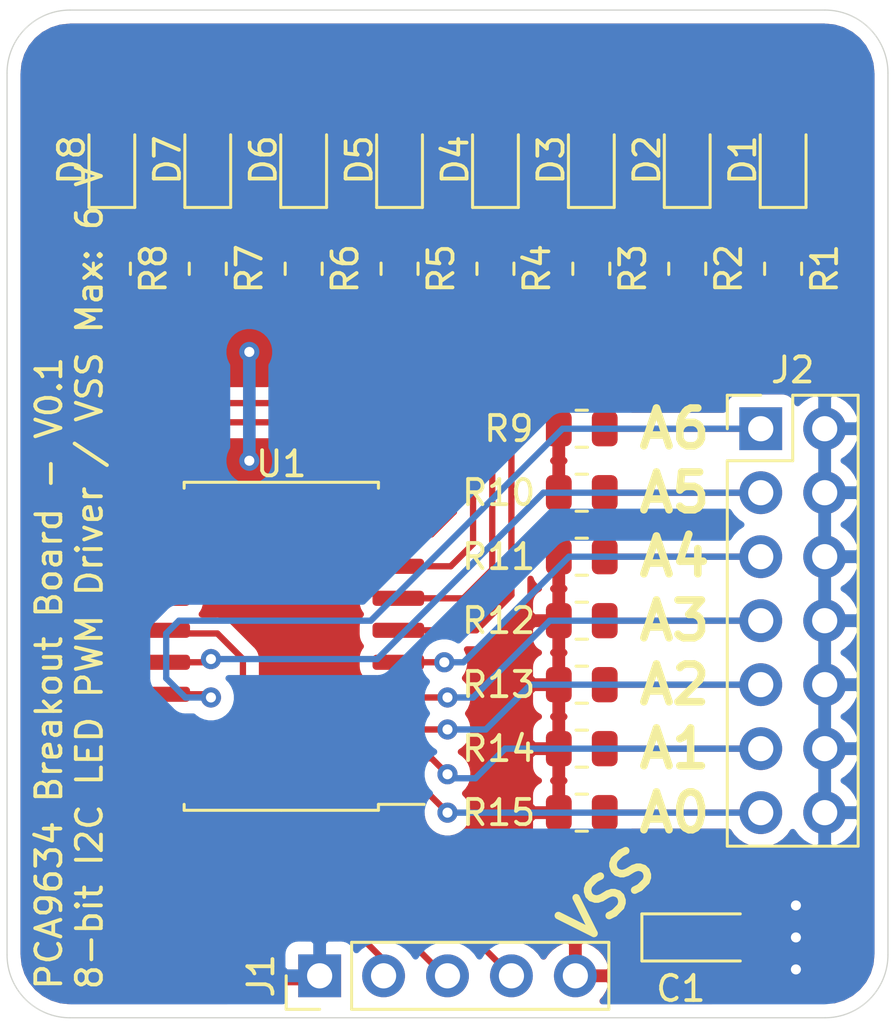
<source format=kicad_pcb>
(kicad_pcb (version 20171130) (host pcbnew 5.1.10-88a1d61d58~90~ubuntu20.04.1)

  (general
    (thickness 1.6)
    (drawings 17)
    (tracks 139)
    (zones 0)
    (modules 27)
    (nets 29)
  )

  (page A4)
  (layers
    (0 F.Cu signal)
    (31 B.Cu signal)
    (32 B.Adhes user)
    (33 F.Adhes user)
    (34 B.Paste user)
    (35 F.Paste user)
    (36 B.SilkS user)
    (37 F.SilkS user)
    (38 B.Mask user)
    (39 F.Mask user)
    (40 Dwgs.User user)
    (41 Cmts.User user)
    (42 Eco1.User user)
    (43 Eco2.User user)
    (44 Edge.Cuts user)
    (45 Margin user)
    (46 B.CrtYd user hide)
    (47 F.CrtYd user)
    (48 B.Fab user hide)
    (49 F.Fab user hide)
  )

  (setup
    (last_trace_width 0.25)
    (user_trace_width 0.5)
    (trace_clearance 0.2)
    (zone_clearance 0.508)
    (zone_45_only no)
    (trace_min 0.2)
    (via_size 0.8)
    (via_drill 0.4)
    (via_min_size 0.4)
    (via_min_drill 0.3)
    (uvia_size 0.3)
    (uvia_drill 0.1)
    (uvias_allowed no)
    (uvia_min_size 0.2)
    (uvia_min_drill 0.1)
    (edge_width 0.05)
    (segment_width 0.2)
    (pcb_text_width 0.3)
    (pcb_text_size 1.5 1.5)
    (mod_edge_width 0.12)
    (mod_text_size 1 1)
    (mod_text_width 0.15)
    (pad_size 1.524 1.524)
    (pad_drill 0.762)
    (pad_to_mask_clearance 0)
    (aux_axis_origin 165.735 99.695)
    (grid_origin 165.735 99.695)
    (visible_elements FFFFFF7F)
    (pcbplotparams
      (layerselection 0x010fc_ffffffff)
      (usegerberextensions false)
      (usegerberattributes true)
      (usegerberadvancedattributes true)
      (creategerberjobfile true)
      (excludeedgelayer true)
      (linewidth 0.100000)
      (plotframeref false)
      (viasonmask false)
      (mode 1)
      (useauxorigin false)
      (hpglpennumber 1)
      (hpglpenspeed 20)
      (hpglpendiameter 15.000000)
      (psnegative false)
      (psa4output false)
      (plotreference true)
      (plotvalue true)
      (plotinvisibletext false)
      (padsonsilk false)
      (subtractmaskfromsilk false)
      (outputformat 1)
      (mirror false)
      (drillshape 1)
      (scaleselection 1)
      (outputdirectory ""))
  )

  (net 0 "")
  (net 1 GND)
  (net 2 VSS)
  (net 3 "Net-(D1-Pad1)")
  (net 4 "Net-(D2-Pad1)")
  (net 5 "Net-(D3-Pad1)")
  (net 6 "Net-(D4-Pad1)")
  (net 7 "Net-(D5-Pad1)")
  (net 8 "Net-(D6-Pad1)")
  (net 9 "Net-(D7-Pad1)")
  (net 10 "Net-(D8-Pad1)")
  (net 11 SDA)
  (net 12 SCL)
  (net 13 OE)
  (net 14 A0)
  (net 15 A1)
  (net 16 A2)
  (net 17 A3)
  (net 18 A4)
  (net 19 A5)
  (net 20 A6)
  (net 21 LED0)
  (net 22 LED1)
  (net 23 LED2)
  (net 24 LED3)
  (net 25 LED4)
  (net 26 LED5)
  (net 27 LED6)
  (net 28 LED7)

  (net_class Default "This is the default net class."
    (clearance 0.2)
    (trace_width 0.25)
    (via_dia 0.8)
    (via_drill 0.4)
    (uvia_dia 0.3)
    (uvia_drill 0.1)
    (add_net A0)
    (add_net A1)
    (add_net A2)
    (add_net A3)
    (add_net A4)
    (add_net A5)
    (add_net A6)
    (add_net GND)
    (add_net LED0)
    (add_net LED1)
    (add_net LED2)
    (add_net LED3)
    (add_net LED4)
    (add_net LED5)
    (add_net LED6)
    (add_net LED7)
    (add_net "Net-(D1-Pad1)")
    (add_net "Net-(D2-Pad1)")
    (add_net "Net-(D3-Pad1)")
    (add_net "Net-(D4-Pad1)")
    (add_net "Net-(D5-Pad1)")
    (add_net "Net-(D6-Pad1)")
    (add_net "Net-(D7-Pad1)")
    (add_net "Net-(D8-Pad1)")
    (add_net OE)
    (add_net SCL)
    (add_net SDA)
    (add_net VSS)
  )

  (module Resistor_SMD:R_0805_2012Metric (layer F.Cu) (tedit 5F68FEEE) (tstamp 616F7069)
    (at 152.4 84.963 270)
    (descr "Resistor SMD 0805 (2012 Metric), square (rectangular) end terminal, IPC_7351 nominal, (Body size source: IPC-SM-782 page 72, https://www.pcb-3d.com/wordpress/wp-content/uploads/ipc-sm-782a_amendment_1_and_2.pdf), generated with kicad-footprint-generator")
    (tags resistor)
    (path /6151F604)
    (attr smd)
    (fp_text reference R8 (at 0 -1.65 90) (layer F.SilkS)
      (effects (font (size 1 1) (thickness 0.15)))
    )
    (fp_text value 150 (at 0 1.65 90) (layer F.Fab)
      (effects (font (size 1 1) (thickness 0.15)))
    )
    (fp_line (start 1.68 0.95) (end -1.68 0.95) (layer F.CrtYd) (width 0.05))
    (fp_line (start 1.68 -0.95) (end 1.68 0.95) (layer F.CrtYd) (width 0.05))
    (fp_line (start -1.68 -0.95) (end 1.68 -0.95) (layer F.CrtYd) (width 0.05))
    (fp_line (start -1.68 0.95) (end -1.68 -0.95) (layer F.CrtYd) (width 0.05))
    (fp_line (start -0.227064 0.735) (end 0.227064 0.735) (layer F.SilkS) (width 0.12))
    (fp_line (start -0.227064 -0.735) (end 0.227064 -0.735) (layer F.SilkS) (width 0.12))
    (fp_line (start 1 0.625) (end -1 0.625) (layer F.Fab) (width 0.1))
    (fp_line (start 1 -0.625) (end 1 0.625) (layer F.Fab) (width 0.1))
    (fp_line (start -1 -0.625) (end 1 -0.625) (layer F.Fab) (width 0.1))
    (fp_line (start -1 0.625) (end -1 -0.625) (layer F.Fab) (width 0.1))
    (fp_text user %R (at 0 0 90) (layer F.Fab)
      (effects (font (size 0.5 0.5) (thickness 0.08)))
    )
    (pad 2 smd roundrect (at 0.9125 0 270) (size 1.025 1.4) (layers F.Cu F.Paste F.Mask) (roundrect_rratio 0.243902)
      (net 28 LED7))
    (pad 1 smd roundrect (at -0.9125 0 270) (size 1.025 1.4) (layers F.Cu F.Paste F.Mask) (roundrect_rratio 0.243902)
      (net 10 "Net-(D8-Pad1)"))
    (model ${KISYS3DMOD}/Resistor_SMD.3dshapes/R_0805_2012Metric.wrl
      (at (xyz 0 0 0))
      (scale (xyz 1 1 1))
      (rotate (xyz 0 0 0))
    )
  )

  (module Resistor_SMD:R_0805_2012Metric (layer F.Cu) (tedit 5F68FEEE) (tstamp 616F70C9)
    (at 156.21 84.963 270)
    (descr "Resistor SMD 0805 (2012 Metric), square (rectangular) end terminal, IPC_7351 nominal, (Body size source: IPC-SM-782 page 72, https://www.pcb-3d.com/wordpress/wp-content/uploads/ipc-sm-782a_amendment_1_and_2.pdf), generated with kicad-footprint-generator")
    (tags resistor)
    (path /6151F5EE)
    (attr smd)
    (fp_text reference R7 (at 0 -1.65 90) (layer F.SilkS)
      (effects (font (size 1 1) (thickness 0.15)))
    )
    (fp_text value 150 (at 0 1.65 90) (layer F.Fab)
      (effects (font (size 1 1) (thickness 0.15)))
    )
    (fp_line (start 1.68 0.95) (end -1.68 0.95) (layer F.CrtYd) (width 0.05))
    (fp_line (start 1.68 -0.95) (end 1.68 0.95) (layer F.CrtYd) (width 0.05))
    (fp_line (start -1.68 -0.95) (end 1.68 -0.95) (layer F.CrtYd) (width 0.05))
    (fp_line (start -1.68 0.95) (end -1.68 -0.95) (layer F.CrtYd) (width 0.05))
    (fp_line (start -0.227064 0.735) (end 0.227064 0.735) (layer F.SilkS) (width 0.12))
    (fp_line (start -0.227064 -0.735) (end 0.227064 -0.735) (layer F.SilkS) (width 0.12))
    (fp_line (start 1 0.625) (end -1 0.625) (layer F.Fab) (width 0.1))
    (fp_line (start 1 -0.625) (end 1 0.625) (layer F.Fab) (width 0.1))
    (fp_line (start -1 -0.625) (end 1 -0.625) (layer F.Fab) (width 0.1))
    (fp_line (start -1 0.625) (end -1 -0.625) (layer F.Fab) (width 0.1))
    (fp_text user %R (at 0 0 90) (layer F.Fab)
      (effects (font (size 0.5 0.5) (thickness 0.08)))
    )
    (pad 2 smd roundrect (at 0.9125 0 270) (size 1.025 1.4) (layers F.Cu F.Paste F.Mask) (roundrect_rratio 0.243902)
      (net 27 LED6))
    (pad 1 smd roundrect (at -0.9125 0 270) (size 1.025 1.4) (layers F.Cu F.Paste F.Mask) (roundrect_rratio 0.243902)
      (net 9 "Net-(D7-Pad1)"))
    (model ${KISYS3DMOD}/Resistor_SMD.3dshapes/R_0805_2012Metric.wrl
      (at (xyz 0 0 0))
      (scale (xyz 1 1 1))
      (rotate (xyz 0 0 0))
    )
  )

  (module Resistor_SMD:R_0805_2012Metric (layer F.Cu) (tedit 5F68FEEE) (tstamp 616F70F9)
    (at 160.02 84.963 270)
    (descr "Resistor SMD 0805 (2012 Metric), square (rectangular) end terminal, IPC_7351 nominal, (Body size source: IPC-SM-782 page 72, https://www.pcb-3d.com/wordpress/wp-content/uploads/ipc-sm-782a_amendment_1_and_2.pdf), generated with kicad-footprint-generator")
    (tags resistor)
    (path /6151F5D8)
    (attr smd)
    (fp_text reference R6 (at 0 -1.65 90) (layer F.SilkS)
      (effects (font (size 1 1) (thickness 0.15)))
    )
    (fp_text value 150 (at 0 1.65 90) (layer F.Fab)
      (effects (font (size 1 1) (thickness 0.15)))
    )
    (fp_line (start 1.68 0.95) (end -1.68 0.95) (layer F.CrtYd) (width 0.05))
    (fp_line (start 1.68 -0.95) (end 1.68 0.95) (layer F.CrtYd) (width 0.05))
    (fp_line (start -1.68 -0.95) (end 1.68 -0.95) (layer F.CrtYd) (width 0.05))
    (fp_line (start -1.68 0.95) (end -1.68 -0.95) (layer F.CrtYd) (width 0.05))
    (fp_line (start -0.227064 0.735) (end 0.227064 0.735) (layer F.SilkS) (width 0.12))
    (fp_line (start -0.227064 -0.735) (end 0.227064 -0.735) (layer F.SilkS) (width 0.12))
    (fp_line (start 1 0.625) (end -1 0.625) (layer F.Fab) (width 0.1))
    (fp_line (start 1 -0.625) (end 1 0.625) (layer F.Fab) (width 0.1))
    (fp_line (start -1 -0.625) (end 1 -0.625) (layer F.Fab) (width 0.1))
    (fp_line (start -1 0.625) (end -1 -0.625) (layer F.Fab) (width 0.1))
    (fp_text user %R (at 0 0 90) (layer F.Fab)
      (effects (font (size 0.5 0.5) (thickness 0.08)))
    )
    (pad 2 smd roundrect (at 0.9125 0 270) (size 1.025 1.4) (layers F.Cu F.Paste F.Mask) (roundrect_rratio 0.243902)
      (net 26 LED5))
    (pad 1 smd roundrect (at -0.9125 0 270) (size 1.025 1.4) (layers F.Cu F.Paste F.Mask) (roundrect_rratio 0.243902)
      (net 8 "Net-(D6-Pad1)"))
    (model ${KISYS3DMOD}/Resistor_SMD.3dshapes/R_0805_2012Metric.wrl
      (at (xyz 0 0 0))
      (scale (xyz 1 1 1))
      (rotate (xyz 0 0 0))
    )
  )

  (module Resistor_SMD:R_0805_2012Metric (layer F.Cu) (tedit 5F68FEEE) (tstamp 616F7099)
    (at 163.83 84.963 270)
    (descr "Resistor SMD 0805 (2012 Metric), square (rectangular) end terminal, IPC_7351 nominal, (Body size source: IPC-SM-782 page 72, https://www.pcb-3d.com/wordpress/wp-content/uploads/ipc-sm-782a_amendment_1_and_2.pdf), generated with kicad-footprint-generator")
    (tags resistor)
    (path /6151F5C2)
    (attr smd)
    (fp_text reference R5 (at 0 -1.65 90) (layer F.SilkS)
      (effects (font (size 1 1) (thickness 0.15)))
    )
    (fp_text value 150 (at 0 1.65 90) (layer F.Fab)
      (effects (font (size 1 1) (thickness 0.15)))
    )
    (fp_line (start 1.68 0.95) (end -1.68 0.95) (layer F.CrtYd) (width 0.05))
    (fp_line (start 1.68 -0.95) (end 1.68 0.95) (layer F.CrtYd) (width 0.05))
    (fp_line (start -1.68 -0.95) (end 1.68 -0.95) (layer F.CrtYd) (width 0.05))
    (fp_line (start -1.68 0.95) (end -1.68 -0.95) (layer F.CrtYd) (width 0.05))
    (fp_line (start -0.227064 0.735) (end 0.227064 0.735) (layer F.SilkS) (width 0.12))
    (fp_line (start -0.227064 -0.735) (end 0.227064 -0.735) (layer F.SilkS) (width 0.12))
    (fp_line (start 1 0.625) (end -1 0.625) (layer F.Fab) (width 0.1))
    (fp_line (start 1 -0.625) (end 1 0.625) (layer F.Fab) (width 0.1))
    (fp_line (start -1 -0.625) (end 1 -0.625) (layer F.Fab) (width 0.1))
    (fp_line (start -1 0.625) (end -1 -0.625) (layer F.Fab) (width 0.1))
    (fp_text user %R (at 0 0 90) (layer F.Fab)
      (effects (font (size 0.5 0.5) (thickness 0.08)))
    )
    (pad 2 smd roundrect (at 0.9125 0 270) (size 1.025 1.4) (layers F.Cu F.Paste F.Mask) (roundrect_rratio 0.243902)
      (net 25 LED4))
    (pad 1 smd roundrect (at -0.9125 0 270) (size 1.025 1.4) (layers F.Cu F.Paste F.Mask) (roundrect_rratio 0.243902)
      (net 7 "Net-(D5-Pad1)"))
    (model ${KISYS3DMOD}/Resistor_SMD.3dshapes/R_0805_2012Metric.wrl
      (at (xyz 0 0 0))
      (scale (xyz 1 1 1))
      (rotate (xyz 0 0 0))
    )
  )

  (module Resistor_SMD:R_0805_2012Metric (layer F.Cu) (tedit 5F68FEEE) (tstamp 616F7006)
    (at 167.64 84.963 270)
    (descr "Resistor SMD 0805 (2012 Metric), square (rectangular) end terminal, IPC_7351 nominal, (Body size source: IPC-SM-782 page 72, https://www.pcb-3d.com/wordpress/wp-content/uploads/ipc-sm-782a_amendment_1_and_2.pdf), generated with kicad-footprint-generator")
    (tags resistor)
    (path /6151650E)
    (attr smd)
    (fp_text reference R4 (at 0 -1.65 90) (layer F.SilkS)
      (effects (font (size 1 1) (thickness 0.15)))
    )
    (fp_text value 150 (at 0 1.65 90) (layer F.Fab)
      (effects (font (size 1 1) (thickness 0.15)))
    )
    (fp_line (start 1.68 0.95) (end -1.68 0.95) (layer F.CrtYd) (width 0.05))
    (fp_line (start 1.68 -0.95) (end 1.68 0.95) (layer F.CrtYd) (width 0.05))
    (fp_line (start -1.68 -0.95) (end 1.68 -0.95) (layer F.CrtYd) (width 0.05))
    (fp_line (start -1.68 0.95) (end -1.68 -0.95) (layer F.CrtYd) (width 0.05))
    (fp_line (start -0.227064 0.735) (end 0.227064 0.735) (layer F.SilkS) (width 0.12))
    (fp_line (start -0.227064 -0.735) (end 0.227064 -0.735) (layer F.SilkS) (width 0.12))
    (fp_line (start 1 0.625) (end -1 0.625) (layer F.Fab) (width 0.1))
    (fp_line (start 1 -0.625) (end 1 0.625) (layer F.Fab) (width 0.1))
    (fp_line (start -1 -0.625) (end 1 -0.625) (layer F.Fab) (width 0.1))
    (fp_line (start -1 0.625) (end -1 -0.625) (layer F.Fab) (width 0.1))
    (fp_text user %R (at 0 0 90) (layer F.Fab)
      (effects (font (size 0.5 0.5) (thickness 0.08)))
    )
    (pad 2 smd roundrect (at 0.9125 0 270) (size 1.025 1.4) (layers F.Cu F.Paste F.Mask) (roundrect_rratio 0.243902)
      (net 24 LED3))
    (pad 1 smd roundrect (at -0.9125 0 270) (size 1.025 1.4) (layers F.Cu F.Paste F.Mask) (roundrect_rratio 0.243902)
      (net 6 "Net-(D4-Pad1)"))
    (model ${KISYS3DMOD}/Resistor_SMD.3dshapes/R_0805_2012Metric.wrl
      (at (xyz 0 0 0))
      (scale (xyz 1 1 1))
      (rotate (xyz 0 0 0))
    )
  )

  (module Resistor_SMD:R_0805_2012Metric (layer F.Cu) (tedit 5F68FEEE) (tstamp 616F6FA6)
    (at 171.45 84.963 270)
    (descr "Resistor SMD 0805 (2012 Metric), square (rectangular) end terminal, IPC_7351 nominal, (Body size source: IPC-SM-782 page 72, https://www.pcb-3d.com/wordpress/wp-content/uploads/ipc-sm-782a_amendment_1_and_2.pdf), generated with kicad-footprint-generator")
    (tags resistor)
    (path /615164F8)
    (attr smd)
    (fp_text reference R3 (at 0 -1.65 90) (layer F.SilkS)
      (effects (font (size 1 1) (thickness 0.15)))
    )
    (fp_text value 150 (at 0 1.65 90) (layer F.Fab)
      (effects (font (size 1 1) (thickness 0.15)))
    )
    (fp_line (start 1.68 0.95) (end -1.68 0.95) (layer F.CrtYd) (width 0.05))
    (fp_line (start 1.68 -0.95) (end 1.68 0.95) (layer F.CrtYd) (width 0.05))
    (fp_line (start -1.68 -0.95) (end 1.68 -0.95) (layer F.CrtYd) (width 0.05))
    (fp_line (start -1.68 0.95) (end -1.68 -0.95) (layer F.CrtYd) (width 0.05))
    (fp_line (start -0.227064 0.735) (end 0.227064 0.735) (layer F.SilkS) (width 0.12))
    (fp_line (start -0.227064 -0.735) (end 0.227064 -0.735) (layer F.SilkS) (width 0.12))
    (fp_line (start 1 0.625) (end -1 0.625) (layer F.Fab) (width 0.1))
    (fp_line (start 1 -0.625) (end 1 0.625) (layer F.Fab) (width 0.1))
    (fp_line (start -1 -0.625) (end 1 -0.625) (layer F.Fab) (width 0.1))
    (fp_line (start -1 0.625) (end -1 -0.625) (layer F.Fab) (width 0.1))
    (fp_text user %R (at 0 0 90) (layer F.Fab)
      (effects (font (size 0.5 0.5) (thickness 0.08)))
    )
    (pad 2 smd roundrect (at 0.9125 0 270) (size 1.025 1.4) (layers F.Cu F.Paste F.Mask) (roundrect_rratio 0.243902)
      (net 23 LED2))
    (pad 1 smd roundrect (at -0.9125 0 270) (size 1.025 1.4) (layers F.Cu F.Paste F.Mask) (roundrect_rratio 0.243902)
      (net 5 "Net-(D3-Pad1)"))
    (model ${KISYS3DMOD}/Resistor_SMD.3dshapes/R_0805_2012Metric.wrl
      (at (xyz 0 0 0))
      (scale (xyz 1 1 1))
      (rotate (xyz 0 0 0))
    )
  )

  (module Resistor_SMD:R_0805_2012Metric (layer F.Cu) (tedit 5F68FEEE) (tstamp 616F6FD6)
    (at 175.26 84.963 270)
    (descr "Resistor SMD 0805 (2012 Metric), square (rectangular) end terminal, IPC_7351 nominal, (Body size source: IPC-SM-782 page 72, https://www.pcb-3d.com/wordpress/wp-content/uploads/ipc-sm-782a_amendment_1_and_2.pdf), generated with kicad-footprint-generator")
    (tags resistor)
    (path /61512DE9)
    (attr smd)
    (fp_text reference R2 (at 0 -1.65 90) (layer F.SilkS)
      (effects (font (size 1 1) (thickness 0.15)))
    )
    (fp_text value 150 (at 0 1.65 90) (layer F.Fab)
      (effects (font (size 1 1) (thickness 0.15)))
    )
    (fp_line (start 1.68 0.95) (end -1.68 0.95) (layer F.CrtYd) (width 0.05))
    (fp_line (start 1.68 -0.95) (end 1.68 0.95) (layer F.CrtYd) (width 0.05))
    (fp_line (start -1.68 -0.95) (end 1.68 -0.95) (layer F.CrtYd) (width 0.05))
    (fp_line (start -1.68 0.95) (end -1.68 -0.95) (layer F.CrtYd) (width 0.05))
    (fp_line (start -0.227064 0.735) (end 0.227064 0.735) (layer F.SilkS) (width 0.12))
    (fp_line (start -0.227064 -0.735) (end 0.227064 -0.735) (layer F.SilkS) (width 0.12))
    (fp_line (start 1 0.625) (end -1 0.625) (layer F.Fab) (width 0.1))
    (fp_line (start 1 -0.625) (end 1 0.625) (layer F.Fab) (width 0.1))
    (fp_line (start -1 -0.625) (end 1 -0.625) (layer F.Fab) (width 0.1))
    (fp_line (start -1 0.625) (end -1 -0.625) (layer F.Fab) (width 0.1))
    (fp_text user %R (at 0 0 90) (layer F.Fab)
      (effects (font (size 0.5 0.5) (thickness 0.08)))
    )
    (pad 2 smd roundrect (at 0.9125 0 270) (size 1.025 1.4) (layers F.Cu F.Paste F.Mask) (roundrect_rratio 0.243902)
      (net 22 LED1))
    (pad 1 smd roundrect (at -0.9125 0 270) (size 1.025 1.4) (layers F.Cu F.Paste F.Mask) (roundrect_rratio 0.243902)
      (net 4 "Net-(D2-Pad1)"))
    (model ${KISYS3DMOD}/Resistor_SMD.3dshapes/R_0805_2012Metric.wrl
      (at (xyz 0 0 0))
      (scale (xyz 1 1 1))
      (rotate (xyz 0 0 0))
    )
  )

  (module Resistor_SMD:R_0805_2012Metric (layer F.Cu) (tedit 5F68FEEE) (tstamp 616F7039)
    (at 179.07 84.963 270)
    (descr "Resistor SMD 0805 (2012 Metric), square (rectangular) end terminal, IPC_7351 nominal, (Body size source: IPC-SM-782 page 72, https://www.pcb-3d.com/wordpress/wp-content/uploads/ipc-sm-782a_amendment_1_and_2.pdf), generated with kicad-footprint-generator")
    (tags resistor)
    (path /61506E8C)
    (attr smd)
    (fp_text reference R1 (at 0 -1.65 90) (layer F.SilkS)
      (effects (font (size 1 1) (thickness 0.15)))
    )
    (fp_text value 150 (at 0 1.65 90) (layer F.Fab)
      (effects (font (size 1 1) (thickness 0.15)))
    )
    (fp_line (start 1.68 0.95) (end -1.68 0.95) (layer F.CrtYd) (width 0.05))
    (fp_line (start 1.68 -0.95) (end 1.68 0.95) (layer F.CrtYd) (width 0.05))
    (fp_line (start -1.68 -0.95) (end 1.68 -0.95) (layer F.CrtYd) (width 0.05))
    (fp_line (start -1.68 0.95) (end -1.68 -0.95) (layer F.CrtYd) (width 0.05))
    (fp_line (start -0.227064 0.735) (end 0.227064 0.735) (layer F.SilkS) (width 0.12))
    (fp_line (start -0.227064 -0.735) (end 0.227064 -0.735) (layer F.SilkS) (width 0.12))
    (fp_line (start 1 0.625) (end -1 0.625) (layer F.Fab) (width 0.1))
    (fp_line (start 1 -0.625) (end 1 0.625) (layer F.Fab) (width 0.1))
    (fp_line (start -1 -0.625) (end 1 -0.625) (layer F.Fab) (width 0.1))
    (fp_line (start -1 0.625) (end -1 -0.625) (layer F.Fab) (width 0.1))
    (fp_text user %R (at 0 0 90) (layer F.Fab)
      (effects (font (size 0.5 0.5) (thickness 0.08)))
    )
    (pad 2 smd roundrect (at 0.9125 0 270) (size 1.025 1.4) (layers F.Cu F.Paste F.Mask) (roundrect_rratio 0.243902)
      (net 21 LED0))
    (pad 1 smd roundrect (at -0.9125 0 270) (size 1.025 1.4) (layers F.Cu F.Paste F.Mask) (roundrect_rratio 0.243902)
      (net 3 "Net-(D1-Pad1)"))
    (model ${KISYS3DMOD}/Resistor_SMD.3dshapes/R_0805_2012Metric.wrl
      (at (xyz 0 0 0))
      (scale (xyz 1 1 1))
      (rotate (xyz 0 0 0))
    )
  )

  (module LED_SMD:LED_0805_2012Metric_Castellated (layer F.Cu) (tedit 5F68FEF1) (tstamp 614D6F19)
    (at 152.4 80.645 90)
    (descr "LED SMD 0805 (2012 Metric), castellated end terminal, IPC_7351 nominal, (Body size source: https://docs.google.com/spreadsheets/d/1BsfQQcO9C6DZCsRaXUlFlo91Tg2WpOkGARC1WS5S8t0/edit?usp=sharing), generated with kicad-footprint-generator")
    (tags "LED castellated")
    (path /6151F5FE)
    (attr smd)
    (fp_text reference D8 (at 0 -1.6 90) (layer F.SilkS)
      (effects (font (size 1 1) (thickness 0.15)))
    )
    (fp_text value LED (at 0 1.6 90) (layer F.Fab)
      (effects (font (size 1 1) (thickness 0.15)))
    )
    (fp_line (start 1.88 0.9) (end -1.88 0.9) (layer F.CrtYd) (width 0.05))
    (fp_line (start 1.88 -0.9) (end 1.88 0.9) (layer F.CrtYd) (width 0.05))
    (fp_line (start -1.88 -0.9) (end 1.88 -0.9) (layer F.CrtYd) (width 0.05))
    (fp_line (start -1.88 0.9) (end -1.88 -0.9) (layer F.CrtYd) (width 0.05))
    (fp_line (start -1.885 0.91) (end 1 0.91) (layer F.SilkS) (width 0.12))
    (fp_line (start -1.885 -0.91) (end -1.885 0.91) (layer F.SilkS) (width 0.12))
    (fp_line (start 1 -0.91) (end -1.885 -0.91) (layer F.SilkS) (width 0.12))
    (fp_line (start 1 0.6) (end 1 -0.6) (layer F.Fab) (width 0.1))
    (fp_line (start -1 0.6) (end 1 0.6) (layer F.Fab) (width 0.1))
    (fp_line (start -1 -0.3) (end -1 0.6) (layer F.Fab) (width 0.1))
    (fp_line (start -0.7 -0.6) (end -1 -0.3) (layer F.Fab) (width 0.1))
    (fp_line (start 1 -0.6) (end -0.7 -0.6) (layer F.Fab) (width 0.1))
    (fp_text user %R (at 0 0 90) (layer F.Fab)
      (effects (font (size 0.5 0.5) (thickness 0.08)))
    )
    (pad 2 smd roundrect (at 0.9625 0 90) (size 1.325 1.3) (layers F.Cu F.Paste F.Mask) (roundrect_rratio 0.192308)
      (net 2 VSS))
    (pad 1 smd roundrect (at -0.9625 0 90) (size 1.325 1.3) (layers F.Cu F.Paste F.Mask) (roundrect_rratio 0.192308)
      (net 10 "Net-(D8-Pad1)"))
    (model ${KISYS3DMOD}/LED_SMD.3dshapes/LED_0805_2012Metric_Castellated.wrl
      (at (xyz 0 0 0))
      (scale (xyz 1 1 1))
      (rotate (xyz 0 0 0))
    )
  )

  (module LED_SMD:LED_0805_2012Metric_Castellated (layer F.Cu) (tedit 5F68FEF1) (tstamp 614D825F)
    (at 156.21 80.645 90)
    (descr "LED SMD 0805 (2012 Metric), castellated end terminal, IPC_7351 nominal, (Body size source: https://docs.google.com/spreadsheets/d/1BsfQQcO9C6DZCsRaXUlFlo91Tg2WpOkGARC1WS5S8t0/edit?usp=sharing), generated with kicad-footprint-generator")
    (tags "LED castellated")
    (path /6151F5E8)
    (attr smd)
    (fp_text reference D7 (at 0 -1.6 90) (layer F.SilkS)
      (effects (font (size 1 1) (thickness 0.15)))
    )
    (fp_text value LED (at 0 1.6 90) (layer F.Fab)
      (effects (font (size 1 1) (thickness 0.15)))
    )
    (fp_line (start 1.88 0.9) (end -1.88 0.9) (layer F.CrtYd) (width 0.05))
    (fp_line (start 1.88 -0.9) (end 1.88 0.9) (layer F.CrtYd) (width 0.05))
    (fp_line (start -1.88 -0.9) (end 1.88 -0.9) (layer F.CrtYd) (width 0.05))
    (fp_line (start -1.88 0.9) (end -1.88 -0.9) (layer F.CrtYd) (width 0.05))
    (fp_line (start -1.885 0.91) (end 1 0.91) (layer F.SilkS) (width 0.12))
    (fp_line (start -1.885 -0.91) (end -1.885 0.91) (layer F.SilkS) (width 0.12))
    (fp_line (start 1 -0.91) (end -1.885 -0.91) (layer F.SilkS) (width 0.12))
    (fp_line (start 1 0.6) (end 1 -0.6) (layer F.Fab) (width 0.1))
    (fp_line (start -1 0.6) (end 1 0.6) (layer F.Fab) (width 0.1))
    (fp_line (start -1 -0.3) (end -1 0.6) (layer F.Fab) (width 0.1))
    (fp_line (start -0.7 -0.6) (end -1 -0.3) (layer F.Fab) (width 0.1))
    (fp_line (start 1 -0.6) (end -0.7 -0.6) (layer F.Fab) (width 0.1))
    (fp_text user %R (at 0 0 90) (layer F.Fab)
      (effects (font (size 0.5 0.5) (thickness 0.08)))
    )
    (pad 2 smd roundrect (at 0.9625 0 90) (size 1.325 1.3) (layers F.Cu F.Paste F.Mask) (roundrect_rratio 0.192308)
      (net 2 VSS))
    (pad 1 smd roundrect (at -0.9625 0 90) (size 1.325 1.3) (layers F.Cu F.Paste F.Mask) (roundrect_rratio 0.192308)
      (net 9 "Net-(D7-Pad1)"))
    (model ${KISYS3DMOD}/LED_SMD.3dshapes/LED_0805_2012Metric_Castellated.wrl
      (at (xyz 0 0 0))
      (scale (xyz 1 1 1))
      (rotate (xyz 0 0 0))
    )
  )

  (module LED_SMD:LED_0805_2012Metric_Castellated (layer F.Cu) (tedit 5F68FEF1) (tstamp 614D8229)
    (at 160.02 80.645 90)
    (descr "LED SMD 0805 (2012 Metric), castellated end terminal, IPC_7351 nominal, (Body size source: https://docs.google.com/spreadsheets/d/1BsfQQcO9C6DZCsRaXUlFlo91Tg2WpOkGARC1WS5S8t0/edit?usp=sharing), generated with kicad-footprint-generator")
    (tags "LED castellated")
    (path /6151F5D2)
    (attr smd)
    (fp_text reference D6 (at 0 -1.6 90) (layer F.SilkS)
      (effects (font (size 1 1) (thickness 0.15)))
    )
    (fp_text value LED (at 0 1.6 90) (layer F.Fab)
      (effects (font (size 1 1) (thickness 0.15)))
    )
    (fp_line (start 1.88 0.9) (end -1.88 0.9) (layer F.CrtYd) (width 0.05))
    (fp_line (start 1.88 -0.9) (end 1.88 0.9) (layer F.CrtYd) (width 0.05))
    (fp_line (start -1.88 -0.9) (end 1.88 -0.9) (layer F.CrtYd) (width 0.05))
    (fp_line (start -1.88 0.9) (end -1.88 -0.9) (layer F.CrtYd) (width 0.05))
    (fp_line (start -1.885 0.91) (end 1 0.91) (layer F.SilkS) (width 0.12))
    (fp_line (start -1.885 -0.91) (end -1.885 0.91) (layer F.SilkS) (width 0.12))
    (fp_line (start 1 -0.91) (end -1.885 -0.91) (layer F.SilkS) (width 0.12))
    (fp_line (start 1 0.6) (end 1 -0.6) (layer F.Fab) (width 0.1))
    (fp_line (start -1 0.6) (end 1 0.6) (layer F.Fab) (width 0.1))
    (fp_line (start -1 -0.3) (end -1 0.6) (layer F.Fab) (width 0.1))
    (fp_line (start -0.7 -0.6) (end -1 -0.3) (layer F.Fab) (width 0.1))
    (fp_line (start 1 -0.6) (end -0.7 -0.6) (layer F.Fab) (width 0.1))
    (fp_text user %R (at 0 0 90) (layer F.Fab)
      (effects (font (size 0.5 0.5) (thickness 0.08)))
    )
    (pad 2 smd roundrect (at 0.9625 0 90) (size 1.325 1.3) (layers F.Cu F.Paste F.Mask) (roundrect_rratio 0.192308)
      (net 2 VSS))
    (pad 1 smd roundrect (at -0.9625 0 90) (size 1.325 1.3) (layers F.Cu F.Paste F.Mask) (roundrect_rratio 0.192308)
      (net 8 "Net-(D6-Pad1)"))
    (model ${KISYS3DMOD}/LED_SMD.3dshapes/LED_0805_2012Metric_Castellated.wrl
      (at (xyz 0 0 0))
      (scale (xyz 1 1 1))
      (rotate (xyz 0 0 0))
    )
  )

  (module LED_SMD:LED_0805_2012Metric_Castellated (layer F.Cu) (tedit 5F68FEF1) (tstamp 614D8331)
    (at 163.83 80.645 90)
    (descr "LED SMD 0805 (2012 Metric), castellated end terminal, IPC_7351 nominal, (Body size source: https://docs.google.com/spreadsheets/d/1BsfQQcO9C6DZCsRaXUlFlo91Tg2WpOkGARC1WS5S8t0/edit?usp=sharing), generated with kicad-footprint-generator")
    (tags "LED castellated")
    (path /6151F5BC)
    (attr smd)
    (fp_text reference D5 (at 0 -1.6 90) (layer F.SilkS)
      (effects (font (size 1 1) (thickness 0.15)))
    )
    (fp_text value LED (at 0 1.6 90) (layer F.Fab)
      (effects (font (size 1 1) (thickness 0.15)))
    )
    (fp_line (start 1.88 0.9) (end -1.88 0.9) (layer F.CrtYd) (width 0.05))
    (fp_line (start 1.88 -0.9) (end 1.88 0.9) (layer F.CrtYd) (width 0.05))
    (fp_line (start -1.88 -0.9) (end 1.88 -0.9) (layer F.CrtYd) (width 0.05))
    (fp_line (start -1.88 0.9) (end -1.88 -0.9) (layer F.CrtYd) (width 0.05))
    (fp_line (start -1.885 0.91) (end 1 0.91) (layer F.SilkS) (width 0.12))
    (fp_line (start -1.885 -0.91) (end -1.885 0.91) (layer F.SilkS) (width 0.12))
    (fp_line (start 1 -0.91) (end -1.885 -0.91) (layer F.SilkS) (width 0.12))
    (fp_line (start 1 0.6) (end 1 -0.6) (layer F.Fab) (width 0.1))
    (fp_line (start -1 0.6) (end 1 0.6) (layer F.Fab) (width 0.1))
    (fp_line (start -1 -0.3) (end -1 0.6) (layer F.Fab) (width 0.1))
    (fp_line (start -0.7 -0.6) (end -1 -0.3) (layer F.Fab) (width 0.1))
    (fp_line (start 1 -0.6) (end -0.7 -0.6) (layer F.Fab) (width 0.1))
    (fp_text user %R (at 0 0 90) (layer F.Fab)
      (effects (font (size 0.5 0.5) (thickness 0.08)))
    )
    (pad 2 smd roundrect (at 0.9625 0 90) (size 1.325 1.3) (layers F.Cu F.Paste F.Mask) (roundrect_rratio 0.192308)
      (net 2 VSS))
    (pad 1 smd roundrect (at -0.9625 0 90) (size 1.325 1.3) (layers F.Cu F.Paste F.Mask) (roundrect_rratio 0.192308)
      (net 7 "Net-(D5-Pad1)"))
    (model ${KISYS3DMOD}/LED_SMD.3dshapes/LED_0805_2012Metric_Castellated.wrl
      (at (xyz 0 0 0))
      (scale (xyz 1 1 1))
      (rotate (xyz 0 0 0))
    )
  )

  (module LED_SMD:LED_0805_2012Metric_Castellated (layer F.Cu) (tedit 5F68FEF1) (tstamp 614D82FB)
    (at 167.64 80.645 90)
    (descr "LED SMD 0805 (2012 Metric), castellated end terminal, IPC_7351 nominal, (Body size source: https://docs.google.com/spreadsheets/d/1BsfQQcO9C6DZCsRaXUlFlo91Tg2WpOkGARC1WS5S8t0/edit?usp=sharing), generated with kicad-footprint-generator")
    (tags "LED castellated")
    (path /61516508)
    (attr smd)
    (fp_text reference D4 (at 0 -1.6 90) (layer F.SilkS)
      (effects (font (size 1 1) (thickness 0.15)))
    )
    (fp_text value LED (at 0 1.6 90) (layer F.Fab)
      (effects (font (size 1 1) (thickness 0.15)))
    )
    (fp_line (start 1.88 0.9) (end -1.88 0.9) (layer F.CrtYd) (width 0.05))
    (fp_line (start 1.88 -0.9) (end 1.88 0.9) (layer F.CrtYd) (width 0.05))
    (fp_line (start -1.88 -0.9) (end 1.88 -0.9) (layer F.CrtYd) (width 0.05))
    (fp_line (start -1.88 0.9) (end -1.88 -0.9) (layer F.CrtYd) (width 0.05))
    (fp_line (start -1.885 0.91) (end 1 0.91) (layer F.SilkS) (width 0.12))
    (fp_line (start -1.885 -0.91) (end -1.885 0.91) (layer F.SilkS) (width 0.12))
    (fp_line (start 1 -0.91) (end -1.885 -0.91) (layer F.SilkS) (width 0.12))
    (fp_line (start 1 0.6) (end 1 -0.6) (layer F.Fab) (width 0.1))
    (fp_line (start -1 0.6) (end 1 0.6) (layer F.Fab) (width 0.1))
    (fp_line (start -1 -0.3) (end -1 0.6) (layer F.Fab) (width 0.1))
    (fp_line (start -0.7 -0.6) (end -1 -0.3) (layer F.Fab) (width 0.1))
    (fp_line (start 1 -0.6) (end -0.7 -0.6) (layer F.Fab) (width 0.1))
    (fp_text user %R (at 0 0 90) (layer F.Fab)
      (effects (font (size 0.5 0.5) (thickness 0.08)))
    )
    (pad 2 smd roundrect (at 0.9625 0 90) (size 1.325 1.3) (layers F.Cu F.Paste F.Mask) (roundrect_rratio 0.192308)
      (net 2 VSS))
    (pad 1 smd roundrect (at -0.9625 0 90) (size 1.325 1.3) (layers F.Cu F.Paste F.Mask) (roundrect_rratio 0.192308)
      (net 6 "Net-(D4-Pad1)"))
    (model ${KISYS3DMOD}/LED_SMD.3dshapes/LED_0805_2012Metric_Castellated.wrl
      (at (xyz 0 0 0))
      (scale (xyz 1 1 1))
      (rotate (xyz 0 0 0))
    )
  )

  (module LED_SMD:LED_0805_2012Metric_Castellated (layer F.Cu) (tedit 5F68FEF1) (tstamp 614D82C5)
    (at 171.45 80.645 90)
    (descr "LED SMD 0805 (2012 Metric), castellated end terminal, IPC_7351 nominal, (Body size source: https://docs.google.com/spreadsheets/d/1BsfQQcO9C6DZCsRaXUlFlo91Tg2WpOkGARC1WS5S8t0/edit?usp=sharing), generated with kicad-footprint-generator")
    (tags "LED castellated")
    (path /615164F2)
    (attr smd)
    (fp_text reference D3 (at 0 -1.6 90) (layer F.SilkS)
      (effects (font (size 1 1) (thickness 0.15)))
    )
    (fp_text value LED (at 0 1.6 90) (layer F.Fab)
      (effects (font (size 1 1) (thickness 0.15)))
    )
    (fp_line (start 1.88 0.9) (end -1.88 0.9) (layer F.CrtYd) (width 0.05))
    (fp_line (start 1.88 -0.9) (end 1.88 0.9) (layer F.CrtYd) (width 0.05))
    (fp_line (start -1.88 -0.9) (end 1.88 -0.9) (layer F.CrtYd) (width 0.05))
    (fp_line (start -1.88 0.9) (end -1.88 -0.9) (layer F.CrtYd) (width 0.05))
    (fp_line (start -1.885 0.91) (end 1 0.91) (layer F.SilkS) (width 0.12))
    (fp_line (start -1.885 -0.91) (end -1.885 0.91) (layer F.SilkS) (width 0.12))
    (fp_line (start 1 -0.91) (end -1.885 -0.91) (layer F.SilkS) (width 0.12))
    (fp_line (start 1 0.6) (end 1 -0.6) (layer F.Fab) (width 0.1))
    (fp_line (start -1 0.6) (end 1 0.6) (layer F.Fab) (width 0.1))
    (fp_line (start -1 -0.3) (end -1 0.6) (layer F.Fab) (width 0.1))
    (fp_line (start -0.7 -0.6) (end -1 -0.3) (layer F.Fab) (width 0.1))
    (fp_line (start 1 -0.6) (end -0.7 -0.6) (layer F.Fab) (width 0.1))
    (fp_text user %R (at 0 0 90) (layer F.Fab)
      (effects (font (size 0.5 0.5) (thickness 0.08)))
    )
    (pad 2 smd roundrect (at 0.9625 0 90) (size 1.325 1.3) (layers F.Cu F.Paste F.Mask) (roundrect_rratio 0.192308)
      (net 2 VSS))
    (pad 1 smd roundrect (at -0.9625 0 90) (size 1.325 1.3) (layers F.Cu F.Paste F.Mask) (roundrect_rratio 0.192308)
      (net 5 "Net-(D3-Pad1)"))
    (model ${KISYS3DMOD}/LED_SMD.3dshapes/LED_0805_2012Metric_Castellated.wrl
      (at (xyz 0 0 0))
      (scale (xyz 1 1 1))
      (rotate (xyz 0 0 0))
    )
  )

  (module LED_SMD:LED_0805_2012Metric_Castellated (layer F.Cu) (tedit 5F68FEF1) (tstamp 614D7B5D)
    (at 175.26 80.645 90)
    (descr "LED SMD 0805 (2012 Metric), castellated end terminal, IPC_7351 nominal, (Body size source: https://docs.google.com/spreadsheets/d/1BsfQQcO9C6DZCsRaXUlFlo91Tg2WpOkGARC1WS5S8t0/edit?usp=sharing), generated with kicad-footprint-generator")
    (tags "LED castellated")
    (path /61512DE3)
    (attr smd)
    (fp_text reference D2 (at 0 -1.6 90) (layer F.SilkS)
      (effects (font (size 1 1) (thickness 0.15)))
    )
    (fp_text value LED (at 0 1.6 90) (layer F.Fab)
      (effects (font (size 1 1) (thickness 0.15)))
    )
    (fp_line (start 1.88 0.9) (end -1.88 0.9) (layer F.CrtYd) (width 0.05))
    (fp_line (start 1.88 -0.9) (end 1.88 0.9) (layer F.CrtYd) (width 0.05))
    (fp_line (start -1.88 -0.9) (end 1.88 -0.9) (layer F.CrtYd) (width 0.05))
    (fp_line (start -1.88 0.9) (end -1.88 -0.9) (layer F.CrtYd) (width 0.05))
    (fp_line (start -1.885 0.91) (end 1 0.91) (layer F.SilkS) (width 0.12))
    (fp_line (start -1.885 -0.91) (end -1.885 0.91) (layer F.SilkS) (width 0.12))
    (fp_line (start 1 -0.91) (end -1.885 -0.91) (layer F.SilkS) (width 0.12))
    (fp_line (start 1 0.6) (end 1 -0.6) (layer F.Fab) (width 0.1))
    (fp_line (start -1 0.6) (end 1 0.6) (layer F.Fab) (width 0.1))
    (fp_line (start -1 -0.3) (end -1 0.6) (layer F.Fab) (width 0.1))
    (fp_line (start -0.7 -0.6) (end -1 -0.3) (layer F.Fab) (width 0.1))
    (fp_line (start 1 -0.6) (end -0.7 -0.6) (layer F.Fab) (width 0.1))
    (fp_text user %R (at 0 0 90) (layer F.Fab)
      (effects (font (size 0.5 0.5) (thickness 0.08)))
    )
    (pad 2 smd roundrect (at 0.9625 0 90) (size 1.325 1.3) (layers F.Cu F.Paste F.Mask) (roundrect_rratio 0.192308)
      (net 2 VSS))
    (pad 1 smd roundrect (at -0.9625 0 90) (size 1.325 1.3) (layers F.Cu F.Paste F.Mask) (roundrect_rratio 0.192308)
      (net 4 "Net-(D2-Pad1)"))
    (model ${KISYS3DMOD}/LED_SMD.3dshapes/LED_0805_2012Metric_Castellated.wrl
      (at (xyz 0 0 0))
      (scale (xyz 1 1 1))
      (rotate (xyz 0 0 0))
    )
  )

  (module LED_SMD:LED_0805_2012Metric_Castellated (layer F.Cu) (tedit 5F68FEF1) (tstamp 614D6E94)
    (at 179.07 80.645 90)
    (descr "LED SMD 0805 (2012 Metric), castellated end terminal, IPC_7351 nominal, (Body size source: https://docs.google.com/spreadsheets/d/1BsfQQcO9C6DZCsRaXUlFlo91Tg2WpOkGARC1WS5S8t0/edit?usp=sharing), generated with kicad-footprint-generator")
    (tags "LED castellated")
    (path /6150641C)
    (attr smd)
    (fp_text reference D1 (at 0 -1.6 90) (layer F.SilkS)
      (effects (font (size 1 1) (thickness 0.15)))
    )
    (fp_text value LED (at 0 1.6 90) (layer F.Fab)
      (effects (font (size 1 1) (thickness 0.15)))
    )
    (fp_line (start 1.88 0.9) (end -1.88 0.9) (layer F.CrtYd) (width 0.05))
    (fp_line (start 1.88 -0.9) (end 1.88 0.9) (layer F.CrtYd) (width 0.05))
    (fp_line (start -1.88 -0.9) (end 1.88 -0.9) (layer F.CrtYd) (width 0.05))
    (fp_line (start -1.88 0.9) (end -1.88 -0.9) (layer F.CrtYd) (width 0.05))
    (fp_line (start -1.885 0.91) (end 1 0.91) (layer F.SilkS) (width 0.12))
    (fp_line (start -1.885 -0.91) (end -1.885 0.91) (layer F.SilkS) (width 0.12))
    (fp_line (start 1 -0.91) (end -1.885 -0.91) (layer F.SilkS) (width 0.12))
    (fp_line (start 1 0.6) (end 1 -0.6) (layer F.Fab) (width 0.1))
    (fp_line (start -1 0.6) (end 1 0.6) (layer F.Fab) (width 0.1))
    (fp_line (start -1 -0.3) (end -1 0.6) (layer F.Fab) (width 0.1))
    (fp_line (start -0.7 -0.6) (end -1 -0.3) (layer F.Fab) (width 0.1))
    (fp_line (start 1 -0.6) (end -0.7 -0.6) (layer F.Fab) (width 0.1))
    (fp_text user %R (at 0 0 90) (layer F.Fab)
      (effects (font (size 0.5 0.5) (thickness 0.08)))
    )
    (pad 2 smd roundrect (at 0.9625 0 90) (size 1.325 1.3) (layers F.Cu F.Paste F.Mask) (roundrect_rratio 0.192308)
      (net 2 VSS))
    (pad 1 smd roundrect (at -0.9625 0 90) (size 1.325 1.3) (layers F.Cu F.Paste F.Mask) (roundrect_rratio 0.192308)
      (net 3 "Net-(D1-Pad1)"))
    (model ${KISYS3DMOD}/LED_SMD.3dshapes/LED_0805_2012Metric_Castellated.wrl
      (at (xyz 0 0 0))
      (scale (xyz 1 1 1))
      (rotate (xyz 0 0 0))
    )
  )

  (module Capacitor_Tantalum_SMD:CP_EIA-3216-18_Kemet-A (layer F.Cu) (tedit 5EBA9318) (tstamp 614D6E81)
    (at 175.768 111.506)
    (descr "Tantalum Capacitor SMD Kemet-A (3216-18 Metric), IPC_7351 nominal, (Body size from: http://www.kemet.com/Lists/ProductCatalog/Attachments/253/KEM_TC101_STD.pdf), generated with kicad-footprint-generator")
    (tags "capacitor tantalum")
    (path /6153FFDD)
    (attr smd)
    (fp_text reference C1 (at -0.762 2.032) (layer F.SilkS)
      (effects (font (size 1 1) (thickness 0.15)))
    )
    (fp_text value 10uF (at 0 1.75) (layer F.Fab)
      (effects (font (size 1 1) (thickness 0.15)))
    )
    (fp_line (start 2.3 1.05) (end -2.3 1.05) (layer F.CrtYd) (width 0.05))
    (fp_line (start 2.3 -1.05) (end 2.3 1.05) (layer F.CrtYd) (width 0.05))
    (fp_line (start -2.3 -1.05) (end 2.3 -1.05) (layer F.CrtYd) (width 0.05))
    (fp_line (start -2.3 1.05) (end -2.3 -1.05) (layer F.CrtYd) (width 0.05))
    (fp_line (start -2.31 0.935) (end 1.6 0.935) (layer F.SilkS) (width 0.12))
    (fp_line (start -2.31 -0.935) (end -2.31 0.935) (layer F.SilkS) (width 0.12))
    (fp_line (start 1.6 -0.935) (end -2.31 -0.935) (layer F.SilkS) (width 0.12))
    (fp_line (start 1.6 0.8) (end 1.6 -0.8) (layer F.Fab) (width 0.1))
    (fp_line (start -1.6 0.8) (end 1.6 0.8) (layer F.Fab) (width 0.1))
    (fp_line (start -1.6 -0.4) (end -1.6 0.8) (layer F.Fab) (width 0.1))
    (fp_line (start -1.2 -0.8) (end -1.6 -0.4) (layer F.Fab) (width 0.1))
    (fp_line (start 1.6 -0.8) (end -1.2 -0.8) (layer F.Fab) (width 0.1))
    (fp_text user %R (at 0 0) (layer F.Fab)
      (effects (font (size 0.8 0.8) (thickness 0.12)))
    )
    (pad 2 smd roundrect (at 1.35 0) (size 1.4 1.35) (layers F.Cu F.Paste F.Mask) (roundrect_rratio 0.185185)
      (net 1 GND))
    (pad 1 smd roundrect (at -1.35 0) (size 1.4 1.35) (layers F.Cu F.Paste F.Mask) (roundrect_rratio 0.185185)
      (net 2 VSS))
    (model ${KISYS3DMOD}/Capacitor_Tantalum_SMD.3dshapes/CP_EIA-3216-18_Kemet-A.wrl
      (at (xyz 0 0 0))
      (scale (xyz 1 1 1))
      (rotate (xyz 0 0 0))
    )
  )

  (module Package_SO:SOIC-20W_7.5x12.8mm_P1.27mm (layer F.Cu) (tedit 5D9F72B1) (tstamp 614D707F)
    (at 159.131 99.949 180)
    (descr "SOIC, 20 Pin (JEDEC MS-013AC, https://www.analog.com/media/en/package-pcb-resources/package/233848rw_20.pdf), generated with kicad-footprint-generator ipc_gullwing_generator.py")
    (tags "SOIC SO")
    (path /614D0141)
    (attr smd)
    (fp_text reference U1 (at 0 7.239) (layer F.SilkS)
      (effects (font (size 1 1) (thickness 0.15)))
    )
    (fp_text value PCA9634PW_118 (at 0 7.35) (layer F.Fab)
      (effects (font (size 1 1) (thickness 0.15)))
    )
    (fp_line (start 0 6.51) (end 3.86 6.51) (layer F.SilkS) (width 0.12))
    (fp_line (start 3.86 6.51) (end 3.86 6.275) (layer F.SilkS) (width 0.12))
    (fp_line (start 0 6.51) (end -3.86 6.51) (layer F.SilkS) (width 0.12))
    (fp_line (start -3.86 6.51) (end -3.86 6.275) (layer F.SilkS) (width 0.12))
    (fp_line (start 0 -6.51) (end 3.86 -6.51) (layer F.SilkS) (width 0.12))
    (fp_line (start 3.86 -6.51) (end 3.86 -6.275) (layer F.SilkS) (width 0.12))
    (fp_line (start 0 -6.51) (end -3.86 -6.51) (layer F.SilkS) (width 0.12))
    (fp_line (start -3.86 -6.51) (end -3.86 -6.275) (layer F.SilkS) (width 0.12))
    (fp_line (start -3.86 -6.275) (end -5.675 -6.275) (layer F.SilkS) (width 0.12))
    (fp_line (start -2.75 -6.4) (end 3.75 -6.4) (layer F.Fab) (width 0.1))
    (fp_line (start 3.75 -6.4) (end 3.75 6.4) (layer F.Fab) (width 0.1))
    (fp_line (start 3.75 6.4) (end -3.75 6.4) (layer F.Fab) (width 0.1))
    (fp_line (start -3.75 6.4) (end -3.75 -5.4) (layer F.Fab) (width 0.1))
    (fp_line (start -3.75 -5.4) (end -2.75 -6.4) (layer F.Fab) (width 0.1))
    (fp_line (start -5.93 -6.65) (end -5.93 6.65) (layer F.CrtYd) (width 0.05))
    (fp_line (start -5.93 6.65) (end 5.93 6.65) (layer F.CrtYd) (width 0.05))
    (fp_line (start 5.93 6.65) (end 5.93 -6.65) (layer F.CrtYd) (width 0.05))
    (fp_line (start 5.93 -6.65) (end -5.93 -6.65) (layer F.CrtYd) (width 0.05))
    (fp_text user %R (at 0 0) (layer F.Fab)
      (effects (font (size 1 1) (thickness 0.15)))
    )
    (pad 20 smd roundrect (at 4.65 -5.715 180) (size 2.05 0.6) (layers F.Cu F.Paste F.Mask) (roundrect_rratio 0.25)
      (net 1 GND))
    (pad 19 smd roundrect (at 4.65 -4.445 180) (size 2.05 0.6) (layers F.Cu F.Paste F.Mask) (roundrect_rratio 0.25)
      (net 11 SDA))
    (pad 18 smd roundrect (at 4.65 -3.175 180) (size 2.05 0.6) (layers F.Cu F.Paste F.Mask) (roundrect_rratio 0.25)
      (net 12 SCL))
    (pad 17 smd roundrect (at 4.65 -1.905 180) (size 2.05 0.6) (layers F.Cu F.Paste F.Mask) (roundrect_rratio 0.25)
      (net 20 A6))
    (pad 16 smd roundrect (at 4.65 -0.635 180) (size 2.05 0.6) (layers F.Cu F.Paste F.Mask) (roundrect_rratio 0.25)
      (net 19 A5))
    (pad 15 smd roundrect (at 4.65 0.635 180) (size 2.05 0.6) (layers F.Cu F.Paste F.Mask) (roundrect_rratio 0.25)
      (net 13 OE))
    (pad 14 smd roundrect (at 4.65 1.905 180) (size 2.05 0.6) (layers F.Cu F.Paste F.Mask) (roundrect_rratio 0.25)
      (net 28 LED7))
    (pad 13 smd roundrect (at 4.65 3.175 180) (size 2.05 0.6) (layers F.Cu F.Paste F.Mask) (roundrect_rratio 0.25)
      (net 27 LED6))
    (pad 12 smd roundrect (at 4.65 4.445 180) (size 2.05 0.6) (layers F.Cu F.Paste F.Mask) (roundrect_rratio 0.25)
      (net 26 LED5))
    (pad 11 smd roundrect (at 4.65 5.715 180) (size 2.05 0.6) (layers F.Cu F.Paste F.Mask) (roundrect_rratio 0.25)
      (net 25 LED4))
    (pad 10 smd roundrect (at -4.65 5.715 180) (size 2.05 0.6) (layers F.Cu F.Paste F.Mask) (roundrect_rratio 0.25)
      (net 2 VSS))
    (pad 9 smd roundrect (at -4.65 4.445 180) (size 2.05 0.6) (layers F.Cu F.Paste F.Mask) (roundrect_rratio 0.25)
      (net 24 LED3))
    (pad 8 smd roundrect (at -4.65 3.175 180) (size 2.05 0.6) (layers F.Cu F.Paste F.Mask) (roundrect_rratio 0.25)
      (net 23 LED2))
    (pad 7 smd roundrect (at -4.65 1.905 180) (size 2.05 0.6) (layers F.Cu F.Paste F.Mask) (roundrect_rratio 0.25)
      (net 22 LED1))
    (pad 6 smd roundrect (at -4.65 0.635 180) (size 2.05 0.6) (layers F.Cu F.Paste F.Mask) (roundrect_rratio 0.25)
      (net 21 LED0))
    (pad 5 smd roundrect (at -4.65 -0.635 180) (size 2.05 0.6) (layers F.Cu F.Paste F.Mask) (roundrect_rratio 0.25)
      (net 18 A4))
    (pad 4 smd roundrect (at -4.65 -1.905 180) (size 2.05 0.6) (layers F.Cu F.Paste F.Mask) (roundrect_rratio 0.25)
      (net 17 A3))
    (pad 3 smd roundrect (at -4.65 -3.175 180) (size 2.05 0.6) (layers F.Cu F.Paste F.Mask) (roundrect_rratio 0.25)
      (net 16 A2))
    (pad 2 smd roundrect (at -4.65 -4.445 180) (size 2.05 0.6) (layers F.Cu F.Paste F.Mask) (roundrect_rratio 0.25)
      (net 15 A1))
    (pad 1 smd roundrect (at -4.65 -5.715 180) (size 2.05 0.6) (layers F.Cu F.Paste F.Mask) (roundrect_rratio 0.25)
      (net 14 A0))
    (model ${KISYS3DMOD}/Package_SO.3dshapes/SOIC-20W_7.5x12.8mm_P1.27mm.wrl
      (at (xyz 0 0 0))
      (scale (xyz 1 1 1))
      (rotate (xyz 0 0 0))
    )
  )

  (module Connector_PinHeader_2.54mm:PinHeader_1x05_P2.54mm_Vertical (layer F.Cu) (tedit 59FED5CC) (tstamp 614E0E4F)
    (at 160.655 113.03 90)
    (descr "Through hole straight pin header, 1x05, 2.54mm pitch, single row")
    (tags "Through hole pin header THT 1x05 2.54mm single row")
    (path /61528D25)
    (fp_text reference J1 (at 0 -2.33 90) (layer F.SilkS)
      (effects (font (size 1 1) (thickness 0.15)))
    )
    (fp_text value Conn_01x05_Male (at 0 12.49 90) (layer F.Fab)
      (effects (font (size 1 1) (thickness 0.15)))
    )
    (fp_line (start 1.8 -1.8) (end -1.8 -1.8) (layer F.CrtYd) (width 0.05))
    (fp_line (start 1.8 11.95) (end 1.8 -1.8) (layer F.CrtYd) (width 0.05))
    (fp_line (start -1.8 11.95) (end 1.8 11.95) (layer F.CrtYd) (width 0.05))
    (fp_line (start -1.8 -1.8) (end -1.8 11.95) (layer F.CrtYd) (width 0.05))
    (fp_line (start -1.33 -1.33) (end 0 -1.33) (layer F.SilkS) (width 0.12))
    (fp_line (start -1.33 0) (end -1.33 -1.33) (layer F.SilkS) (width 0.12))
    (fp_line (start -1.33 1.27) (end 1.33 1.27) (layer F.SilkS) (width 0.12))
    (fp_line (start 1.33 1.27) (end 1.33 11.49) (layer F.SilkS) (width 0.12))
    (fp_line (start -1.33 1.27) (end -1.33 11.49) (layer F.SilkS) (width 0.12))
    (fp_line (start -1.33 11.49) (end 1.33 11.49) (layer F.SilkS) (width 0.12))
    (fp_line (start -1.27 -0.635) (end -0.635 -1.27) (layer F.Fab) (width 0.1))
    (fp_line (start -1.27 11.43) (end -1.27 -0.635) (layer F.Fab) (width 0.1))
    (fp_line (start 1.27 11.43) (end -1.27 11.43) (layer F.Fab) (width 0.1))
    (fp_line (start 1.27 -1.27) (end 1.27 11.43) (layer F.Fab) (width 0.1))
    (fp_line (start -0.635 -1.27) (end 1.27 -1.27) (layer F.Fab) (width 0.1))
    (fp_text user %R (at 0 5.08) (layer F.Fab)
      (effects (font (size 1 1) (thickness 0.15)))
    )
    (pad 1 thru_hole rect (at 0 0 90) (size 1.7 1.7) (drill 1) (layers *.Cu *.Mask)
      (net 1 GND))
    (pad 2 thru_hole oval (at 0 2.54 90) (size 1.7 1.7) (drill 1) (layers *.Cu *.Mask)
      (net 11 SDA))
    (pad 3 thru_hole oval (at 0 5.08 90) (size 1.7 1.7) (drill 1) (layers *.Cu *.Mask)
      (net 12 SCL))
    (pad 4 thru_hole oval (at 0 7.62 90) (size 1.7 1.7) (drill 1) (layers *.Cu *.Mask)
      (net 13 OE))
    (pad 5 thru_hole oval (at 0 10.16 90) (size 1.7 1.7) (drill 1) (layers *.Cu *.Mask)
      (net 2 VSS))
    (model ${KISYS3DMOD}/Connector_PinHeader_2.54mm.3dshapes/PinHeader_1x05_P2.54mm_Vertical.wrl
      (at (xyz 0 0 0))
      (scale (xyz 1 1 1))
      (rotate (xyz 0 0 0))
    )
  )

  (module Connector_PinHeader_2.54mm:PinHeader_2x07_P2.54mm_Vertical (layer F.Cu) (tedit 59FED5CC) (tstamp 616F6047)
    (at 178.181 91.313)
    (descr "Through hole straight pin header, 2x07, 2.54mm pitch, double rows")
    (tags "Through hole pin header THT 2x07 2.54mm double row")
    (path /61805080)
    (fp_text reference J2 (at 1.27 -2.33) (layer F.SilkS)
      (effects (font (size 1 1) (thickness 0.15)))
    )
    (fp_text value Conn_02x07_Odd_Even (at 1.27 17.57) (layer F.Fab)
      (effects (font (size 1 1) (thickness 0.15)))
    )
    (fp_line (start 4.35 -1.8) (end -1.8 -1.8) (layer F.CrtYd) (width 0.05))
    (fp_line (start 4.35 17.05) (end 4.35 -1.8) (layer F.CrtYd) (width 0.05))
    (fp_line (start -1.8 17.05) (end 4.35 17.05) (layer F.CrtYd) (width 0.05))
    (fp_line (start -1.8 -1.8) (end -1.8 17.05) (layer F.CrtYd) (width 0.05))
    (fp_line (start -1.33 -1.33) (end 0 -1.33) (layer F.SilkS) (width 0.12))
    (fp_line (start -1.33 0) (end -1.33 -1.33) (layer F.SilkS) (width 0.12))
    (fp_line (start 1.27 -1.33) (end 3.87 -1.33) (layer F.SilkS) (width 0.12))
    (fp_line (start 1.27 1.27) (end 1.27 -1.33) (layer F.SilkS) (width 0.12))
    (fp_line (start -1.33 1.27) (end 1.27 1.27) (layer F.SilkS) (width 0.12))
    (fp_line (start 3.87 -1.33) (end 3.87 16.57) (layer F.SilkS) (width 0.12))
    (fp_line (start -1.33 1.27) (end -1.33 16.57) (layer F.SilkS) (width 0.12))
    (fp_line (start -1.33 16.57) (end 3.87 16.57) (layer F.SilkS) (width 0.12))
    (fp_line (start -1.27 0) (end 0 -1.27) (layer F.Fab) (width 0.1))
    (fp_line (start -1.27 16.51) (end -1.27 0) (layer F.Fab) (width 0.1))
    (fp_line (start 3.81 16.51) (end -1.27 16.51) (layer F.Fab) (width 0.1))
    (fp_line (start 3.81 -1.27) (end 3.81 16.51) (layer F.Fab) (width 0.1))
    (fp_line (start 0 -1.27) (end 3.81 -1.27) (layer F.Fab) (width 0.1))
    (fp_text user %R (at 1.27 7.62 90) (layer F.Fab)
      (effects (font (size 1 1) (thickness 0.15)))
    )
    (pad 1 thru_hole rect (at 0 0) (size 1.7 1.7) (drill 1) (layers *.Cu *.Mask)
      (net 20 A6))
    (pad 2 thru_hole oval (at 2.54 0) (size 1.7 1.7) (drill 1) (layers *.Cu *.Mask)
      (net 1 GND))
    (pad 3 thru_hole oval (at 0 2.54) (size 1.7 1.7) (drill 1) (layers *.Cu *.Mask)
      (net 19 A5))
    (pad 4 thru_hole oval (at 2.54 2.54) (size 1.7 1.7) (drill 1) (layers *.Cu *.Mask)
      (net 1 GND))
    (pad 5 thru_hole oval (at 0 5.08) (size 1.7 1.7) (drill 1) (layers *.Cu *.Mask)
      (net 18 A4))
    (pad 6 thru_hole oval (at 2.54 5.08) (size 1.7 1.7) (drill 1) (layers *.Cu *.Mask)
      (net 1 GND))
    (pad 7 thru_hole oval (at 0 7.62) (size 1.7 1.7) (drill 1) (layers *.Cu *.Mask)
      (net 17 A3))
    (pad 8 thru_hole oval (at 2.54 7.62) (size 1.7 1.7) (drill 1) (layers *.Cu *.Mask)
      (net 1 GND))
    (pad 9 thru_hole oval (at 0 10.16) (size 1.7 1.7) (drill 1) (layers *.Cu *.Mask)
      (net 16 A2))
    (pad 10 thru_hole oval (at 2.54 10.16) (size 1.7 1.7) (drill 1) (layers *.Cu *.Mask)
      (net 1 GND))
    (pad 11 thru_hole oval (at 0 12.7) (size 1.7 1.7) (drill 1) (layers *.Cu *.Mask)
      (net 15 A1))
    (pad 12 thru_hole oval (at 2.54 12.7) (size 1.7 1.7) (drill 1) (layers *.Cu *.Mask)
      (net 1 GND))
    (pad 13 thru_hole oval (at 0 15.24) (size 1.7 1.7) (drill 1) (layers *.Cu *.Mask)
      (net 14 A0))
    (pad 14 thru_hole oval (at 2.54 15.24) (size 1.7 1.7) (drill 1) (layers *.Cu *.Mask)
      (net 1 GND))
    (model ${KISYS3DMOD}/Connector_PinHeader_2.54mm.3dshapes/PinHeader_2x07_P2.54mm_Vertical.wrl
      (at (xyz 0 0 0))
      (scale (xyz 1 1 1))
      (rotate (xyz 0 0 0))
    )
  )

  (module Resistor_SMD:R_0805_2012Metric (layer F.Cu) (tedit 5F68FEEE) (tstamp 616F6058)
    (at 171.069 91.313)
    (descr "Resistor SMD 0805 (2012 Metric), square (rectangular) end terminal, IPC_7351 nominal, (Body size source: IPC-SM-782 page 72, https://www.pcb-3d.com/wordpress/wp-content/uploads/ipc-sm-782a_amendment_1_and_2.pdf), generated with kicad-footprint-generator")
    (tags resistor)
    (path /61782593)
    (attr smd)
    (fp_text reference R9 (at -2.8975 0) (layer F.SilkS)
      (effects (font (size 1 1) (thickness 0.15)))
    )
    (fp_text value 10k (at 0 1.65) (layer F.Fab)
      (effects (font (size 1 1) (thickness 0.15)))
    )
    (fp_line (start 1.68 0.95) (end -1.68 0.95) (layer F.CrtYd) (width 0.05))
    (fp_line (start 1.68 -0.95) (end 1.68 0.95) (layer F.CrtYd) (width 0.05))
    (fp_line (start -1.68 -0.95) (end 1.68 -0.95) (layer F.CrtYd) (width 0.05))
    (fp_line (start -1.68 0.95) (end -1.68 -0.95) (layer F.CrtYd) (width 0.05))
    (fp_line (start -0.227064 0.735) (end 0.227064 0.735) (layer F.SilkS) (width 0.12))
    (fp_line (start -0.227064 -0.735) (end 0.227064 -0.735) (layer F.SilkS) (width 0.12))
    (fp_line (start 1 0.625) (end -1 0.625) (layer F.Fab) (width 0.1))
    (fp_line (start 1 -0.625) (end 1 0.625) (layer F.Fab) (width 0.1))
    (fp_line (start -1 -0.625) (end 1 -0.625) (layer F.Fab) (width 0.1))
    (fp_line (start -1 0.625) (end -1 -0.625) (layer F.Fab) (width 0.1))
    (fp_text user %R (at 0 0) (layer F.Fab)
      (effects (font (size 0.5 0.5) (thickness 0.08)))
    )
    (pad 1 smd roundrect (at -0.9125 0) (size 1.025 1.4) (layers F.Cu F.Paste F.Mask) (roundrect_rratio 0.243902)
      (net 2 VSS))
    (pad 2 smd roundrect (at 0.9125 0) (size 1.025 1.4) (layers F.Cu F.Paste F.Mask) (roundrect_rratio 0.243902)
      (net 20 A6))
    (model ${KISYS3DMOD}/Resistor_SMD.3dshapes/R_0805_2012Metric.wrl
      (at (xyz 0 0 0))
      (scale (xyz 1 1 1))
      (rotate (xyz 0 0 0))
    )
  )

  (module Resistor_SMD:R_0805_2012Metric (layer F.Cu) (tedit 5F68FEEE) (tstamp 616F6069)
    (at 171.069 93.853)
    (descr "Resistor SMD 0805 (2012 Metric), square (rectangular) end terminal, IPC_7351 nominal, (Body size source: IPC-SM-782 page 72, https://www.pcb-3d.com/wordpress/wp-content/uploads/ipc-sm-782a_amendment_1_and_2.pdf), generated with kicad-footprint-generator")
    (tags resistor)
    (path /6177F906)
    (attr smd)
    (fp_text reference R10 (at -3.302 0) (layer F.SilkS)
      (effects (font (size 1 1) (thickness 0.15)))
    )
    (fp_text value 10k (at 0 1.65) (layer F.Fab)
      (effects (font (size 1 1) (thickness 0.15)))
    )
    (fp_line (start 1.68 0.95) (end -1.68 0.95) (layer F.CrtYd) (width 0.05))
    (fp_line (start 1.68 -0.95) (end 1.68 0.95) (layer F.CrtYd) (width 0.05))
    (fp_line (start -1.68 -0.95) (end 1.68 -0.95) (layer F.CrtYd) (width 0.05))
    (fp_line (start -1.68 0.95) (end -1.68 -0.95) (layer F.CrtYd) (width 0.05))
    (fp_line (start -0.227064 0.735) (end 0.227064 0.735) (layer F.SilkS) (width 0.12))
    (fp_line (start -0.227064 -0.735) (end 0.227064 -0.735) (layer F.SilkS) (width 0.12))
    (fp_line (start 1 0.625) (end -1 0.625) (layer F.Fab) (width 0.1))
    (fp_line (start 1 -0.625) (end 1 0.625) (layer F.Fab) (width 0.1))
    (fp_line (start -1 -0.625) (end 1 -0.625) (layer F.Fab) (width 0.1))
    (fp_line (start -1 0.625) (end -1 -0.625) (layer F.Fab) (width 0.1))
    (fp_text user %R (at 0 0) (layer F.Fab)
      (effects (font (size 0.5 0.5) (thickness 0.08)))
    )
    (pad 1 smd roundrect (at -0.9125 0) (size 1.025 1.4) (layers F.Cu F.Paste F.Mask) (roundrect_rratio 0.243902)
      (net 2 VSS))
    (pad 2 smd roundrect (at 0.9125 0) (size 1.025 1.4) (layers F.Cu F.Paste F.Mask) (roundrect_rratio 0.243902)
      (net 19 A5))
    (model ${KISYS3DMOD}/Resistor_SMD.3dshapes/R_0805_2012Metric.wrl
      (at (xyz 0 0 0))
      (scale (xyz 1 1 1))
      (rotate (xyz 0 0 0))
    )
  )

  (module Resistor_SMD:R_0805_2012Metric (layer F.Cu) (tedit 5F68FEEE) (tstamp 616F607A)
    (at 171.069 96.393)
    (descr "Resistor SMD 0805 (2012 Metric), square (rectangular) end terminal, IPC_7351 nominal, (Body size source: IPC-SM-782 page 72, https://www.pcb-3d.com/wordpress/wp-content/uploads/ipc-sm-782a_amendment_1_and_2.pdf), generated with kicad-footprint-generator")
    (tags resistor)
    (path /6177F8F6)
    (attr smd)
    (fp_text reference R11 (at -3.302 0) (layer F.SilkS)
      (effects (font (size 1 1) (thickness 0.15)))
    )
    (fp_text value 10k (at 0 1.65) (layer F.Fab)
      (effects (font (size 1 1) (thickness 0.15)))
    )
    (fp_line (start 1.68 0.95) (end -1.68 0.95) (layer F.CrtYd) (width 0.05))
    (fp_line (start 1.68 -0.95) (end 1.68 0.95) (layer F.CrtYd) (width 0.05))
    (fp_line (start -1.68 -0.95) (end 1.68 -0.95) (layer F.CrtYd) (width 0.05))
    (fp_line (start -1.68 0.95) (end -1.68 -0.95) (layer F.CrtYd) (width 0.05))
    (fp_line (start -0.227064 0.735) (end 0.227064 0.735) (layer F.SilkS) (width 0.12))
    (fp_line (start -0.227064 -0.735) (end 0.227064 -0.735) (layer F.SilkS) (width 0.12))
    (fp_line (start 1 0.625) (end -1 0.625) (layer F.Fab) (width 0.1))
    (fp_line (start 1 -0.625) (end 1 0.625) (layer F.Fab) (width 0.1))
    (fp_line (start -1 -0.625) (end 1 -0.625) (layer F.Fab) (width 0.1))
    (fp_line (start -1 0.625) (end -1 -0.625) (layer F.Fab) (width 0.1))
    (fp_text user %R (at 0 0) (layer F.Fab)
      (effects (font (size 0.5 0.5) (thickness 0.08)))
    )
    (pad 1 smd roundrect (at -0.9125 0) (size 1.025 1.4) (layers F.Cu F.Paste F.Mask) (roundrect_rratio 0.243902)
      (net 2 VSS))
    (pad 2 smd roundrect (at 0.9125 0) (size 1.025 1.4) (layers F.Cu F.Paste F.Mask) (roundrect_rratio 0.243902)
      (net 18 A4))
    (model ${KISYS3DMOD}/Resistor_SMD.3dshapes/R_0805_2012Metric.wrl
      (at (xyz 0 0 0))
      (scale (xyz 1 1 1))
      (rotate (xyz 0 0 0))
    )
  )

  (module Resistor_SMD:R_0805_2012Metric (layer F.Cu) (tedit 5F68FEEE) (tstamp 616F608B)
    (at 171.069 98.933)
    (descr "Resistor SMD 0805 (2012 Metric), square (rectangular) end terminal, IPC_7351 nominal, (Body size source: IPC-SM-782 page 72, https://www.pcb-3d.com/wordpress/wp-content/uploads/ipc-sm-782a_amendment_1_and_2.pdf), generated with kicad-footprint-generator")
    (tags resistor)
    (path /6177D720)
    (attr smd)
    (fp_text reference R12 (at -3.302 0) (layer F.SilkS)
      (effects (font (size 1 1) (thickness 0.15)))
    )
    (fp_text value 10k (at 0 1.65) (layer F.Fab)
      (effects (font (size 1 1) (thickness 0.15)))
    )
    (fp_line (start 1.68 0.95) (end -1.68 0.95) (layer F.CrtYd) (width 0.05))
    (fp_line (start 1.68 -0.95) (end 1.68 0.95) (layer F.CrtYd) (width 0.05))
    (fp_line (start -1.68 -0.95) (end 1.68 -0.95) (layer F.CrtYd) (width 0.05))
    (fp_line (start -1.68 0.95) (end -1.68 -0.95) (layer F.CrtYd) (width 0.05))
    (fp_line (start -0.227064 0.735) (end 0.227064 0.735) (layer F.SilkS) (width 0.12))
    (fp_line (start -0.227064 -0.735) (end 0.227064 -0.735) (layer F.SilkS) (width 0.12))
    (fp_line (start 1 0.625) (end -1 0.625) (layer F.Fab) (width 0.1))
    (fp_line (start 1 -0.625) (end 1 0.625) (layer F.Fab) (width 0.1))
    (fp_line (start -1 -0.625) (end 1 -0.625) (layer F.Fab) (width 0.1))
    (fp_line (start -1 0.625) (end -1 -0.625) (layer F.Fab) (width 0.1))
    (fp_text user %R (at 0 0) (layer F.Fab)
      (effects (font (size 0.5 0.5) (thickness 0.08)))
    )
    (pad 1 smd roundrect (at -0.9125 0) (size 1.025 1.4) (layers F.Cu F.Paste F.Mask) (roundrect_rratio 0.243902)
      (net 2 VSS))
    (pad 2 smd roundrect (at 0.9125 0) (size 1.025 1.4) (layers F.Cu F.Paste F.Mask) (roundrect_rratio 0.243902)
      (net 17 A3))
    (model ${KISYS3DMOD}/Resistor_SMD.3dshapes/R_0805_2012Metric.wrl
      (at (xyz 0 0 0))
      (scale (xyz 1 1 1))
      (rotate (xyz 0 0 0))
    )
  )

  (module Resistor_SMD:R_0805_2012Metric (layer F.Cu) (tedit 5F68FEEE) (tstamp 616F609C)
    (at 171.069 101.473)
    (descr "Resistor SMD 0805 (2012 Metric), square (rectangular) end terminal, IPC_7351 nominal, (Body size source: IPC-SM-782 page 72, https://www.pcb-3d.com/wordpress/wp-content/uploads/ipc-sm-782a_amendment_1_and_2.pdf), generated with kicad-footprint-generator")
    (tags resistor)
    (path /6177D710)
    (attr smd)
    (fp_text reference R13 (at -3.302 0) (layer F.SilkS)
      (effects (font (size 1 1) (thickness 0.15)))
    )
    (fp_text value 10k (at 0 1.65) (layer F.Fab)
      (effects (font (size 1 1) (thickness 0.15)))
    )
    (fp_text user %R (at 0 0) (layer F.Fab)
      (effects (font (size 0.5 0.5) (thickness 0.08)))
    )
    (fp_line (start -1 0.625) (end -1 -0.625) (layer F.Fab) (width 0.1))
    (fp_line (start -1 -0.625) (end 1 -0.625) (layer F.Fab) (width 0.1))
    (fp_line (start 1 -0.625) (end 1 0.625) (layer F.Fab) (width 0.1))
    (fp_line (start 1 0.625) (end -1 0.625) (layer F.Fab) (width 0.1))
    (fp_line (start -0.227064 -0.735) (end 0.227064 -0.735) (layer F.SilkS) (width 0.12))
    (fp_line (start -0.227064 0.735) (end 0.227064 0.735) (layer F.SilkS) (width 0.12))
    (fp_line (start -1.68 0.95) (end -1.68 -0.95) (layer F.CrtYd) (width 0.05))
    (fp_line (start -1.68 -0.95) (end 1.68 -0.95) (layer F.CrtYd) (width 0.05))
    (fp_line (start 1.68 -0.95) (end 1.68 0.95) (layer F.CrtYd) (width 0.05))
    (fp_line (start 1.68 0.95) (end -1.68 0.95) (layer F.CrtYd) (width 0.05))
    (pad 2 smd roundrect (at 0.9125 0) (size 1.025 1.4) (layers F.Cu F.Paste F.Mask) (roundrect_rratio 0.243902)
      (net 16 A2))
    (pad 1 smd roundrect (at -0.9125 0) (size 1.025 1.4) (layers F.Cu F.Paste F.Mask) (roundrect_rratio 0.243902)
      (net 2 VSS))
    (model ${KISYS3DMOD}/Resistor_SMD.3dshapes/R_0805_2012Metric.wrl
      (at (xyz 0 0 0))
      (scale (xyz 1 1 1))
      (rotate (xyz 0 0 0))
    )
  )

  (module Resistor_SMD:R_0805_2012Metric (layer F.Cu) (tedit 5F68FEEE) (tstamp 616F60AD)
    (at 171.069 104.013)
    (descr "Resistor SMD 0805 (2012 Metric), square (rectangular) end terminal, IPC_7351 nominal, (Body size source: IPC-SM-782 page 72, https://www.pcb-3d.com/wordpress/wp-content/uploads/ipc-sm-782a_amendment_1_and_2.pdf), generated with kicad-footprint-generator")
    (tags resistor)
    (path /6177565A)
    (attr smd)
    (fp_text reference R14 (at -3.302 0) (layer F.SilkS)
      (effects (font (size 1 1) (thickness 0.15)))
    )
    (fp_text value 10k (at 0 1.65) (layer F.Fab)
      (effects (font (size 1 1) (thickness 0.15)))
    )
    (fp_text user %R (at 0 0) (layer F.Fab)
      (effects (font (size 0.5 0.5) (thickness 0.08)))
    )
    (fp_line (start -1 0.625) (end -1 -0.625) (layer F.Fab) (width 0.1))
    (fp_line (start -1 -0.625) (end 1 -0.625) (layer F.Fab) (width 0.1))
    (fp_line (start 1 -0.625) (end 1 0.625) (layer F.Fab) (width 0.1))
    (fp_line (start 1 0.625) (end -1 0.625) (layer F.Fab) (width 0.1))
    (fp_line (start -0.227064 -0.735) (end 0.227064 -0.735) (layer F.SilkS) (width 0.12))
    (fp_line (start -0.227064 0.735) (end 0.227064 0.735) (layer F.SilkS) (width 0.12))
    (fp_line (start -1.68 0.95) (end -1.68 -0.95) (layer F.CrtYd) (width 0.05))
    (fp_line (start -1.68 -0.95) (end 1.68 -0.95) (layer F.CrtYd) (width 0.05))
    (fp_line (start 1.68 -0.95) (end 1.68 0.95) (layer F.CrtYd) (width 0.05))
    (fp_line (start 1.68 0.95) (end -1.68 0.95) (layer F.CrtYd) (width 0.05))
    (pad 2 smd roundrect (at 0.9125 0) (size 1.025 1.4) (layers F.Cu F.Paste F.Mask) (roundrect_rratio 0.243902)
      (net 15 A1))
    (pad 1 smd roundrect (at -0.9125 0) (size 1.025 1.4) (layers F.Cu F.Paste F.Mask) (roundrect_rratio 0.243902)
      (net 2 VSS))
    (model ${KISYS3DMOD}/Resistor_SMD.3dshapes/R_0805_2012Metric.wrl
      (at (xyz 0 0 0))
      (scale (xyz 1 1 1))
      (rotate (xyz 0 0 0))
    )
  )

  (module Resistor_SMD:R_0805_2012Metric (layer F.Cu) (tedit 5F68FEEE) (tstamp 616F60BE)
    (at 171.069 106.553)
    (descr "Resistor SMD 0805 (2012 Metric), square (rectangular) end terminal, IPC_7351 nominal, (Body size source: IPC-SM-782 page 72, https://www.pcb-3d.com/wordpress/wp-content/uploads/ipc-sm-782a_amendment_1_and_2.pdf), generated with kicad-footprint-generator")
    (tags resistor)
    (path /617130DF)
    (attr smd)
    (fp_text reference R15 (at -3.302 0) (layer F.SilkS)
      (effects (font (size 1 1) (thickness 0.15)))
    )
    (fp_text value 10k (at 0 1.65) (layer F.Fab)
      (effects (font (size 1 1) (thickness 0.15)))
    )
    (fp_text user %R (at 0 0) (layer F.Fab)
      (effects (font (size 0.5 0.5) (thickness 0.08)))
    )
    (fp_line (start -1 0.625) (end -1 -0.625) (layer F.Fab) (width 0.1))
    (fp_line (start -1 -0.625) (end 1 -0.625) (layer F.Fab) (width 0.1))
    (fp_line (start 1 -0.625) (end 1 0.625) (layer F.Fab) (width 0.1))
    (fp_line (start 1 0.625) (end -1 0.625) (layer F.Fab) (width 0.1))
    (fp_line (start -0.227064 -0.735) (end 0.227064 -0.735) (layer F.SilkS) (width 0.12))
    (fp_line (start -0.227064 0.735) (end 0.227064 0.735) (layer F.SilkS) (width 0.12))
    (fp_line (start -1.68 0.95) (end -1.68 -0.95) (layer F.CrtYd) (width 0.05))
    (fp_line (start -1.68 -0.95) (end 1.68 -0.95) (layer F.CrtYd) (width 0.05))
    (fp_line (start 1.68 -0.95) (end 1.68 0.95) (layer F.CrtYd) (width 0.05))
    (fp_line (start 1.68 0.95) (end -1.68 0.95) (layer F.CrtYd) (width 0.05))
    (pad 2 smd roundrect (at 0.9125 0) (size 1.025 1.4) (layers F.Cu F.Paste F.Mask) (roundrect_rratio 0.243902)
      (net 14 A0))
    (pad 1 smd roundrect (at -0.9125 0) (size 1.025 1.4) (layers F.Cu F.Paste F.Mask) (roundrect_rratio 0.243902)
      (net 2 VSS))
    (model ${KISYS3DMOD}/Resistor_SMD.3dshapes/R_0805_2012Metric.wrl
      (at (xyz 0 0 0))
      (scale (xyz 1 1 1))
      (rotate (xyz 0 0 0))
    )
  )

  (gr_text A0 (at 174.751999 106.553) (layer F.SilkS) (tstamp 616F73FC)
    (effects (font (size 1.5 1.5) (thickness 0.3)))
  )
  (gr_text A1 (at 174.751999 104.013) (layer F.SilkS) (tstamp 616F73FA)
    (effects (font (size 1.5 1.5) (thickness 0.3)))
  )
  (gr_text A2 (at 174.751999 101.473) (layer F.SilkS) (tstamp 616F73F8)
    (effects (font (size 1.5 1.5) (thickness 0.3)))
  )
  (gr_text A3 (at 174.751999 98.933) (layer F.SilkS) (tstamp 616F73F6)
    (effects (font (size 1.5 1.5) (thickness 0.3)))
  )
  (gr_text A4 (at 174.751999 96.393) (layer F.SilkS) (tstamp 616F73F4)
    (effects (font (size 1.5 1.5) (thickness 0.3)))
  )
  (gr_text A5 (at 174.751999 93.853) (layer F.SilkS) (tstamp 616F73F2)
    (effects (font (size 1.5 1.5) (thickness 0.3)))
  )
  (gr_text A6 (at 174.751999 91.313) (layer F.SilkS) (tstamp 616F739F)
    (effects (font (size 1.5 1.5) (thickness 0.3)))
  )
  (gr_text "PCA9634 Breakout Board - V0.1\n8-bit I2C LED PWM Driver / VSS Max: 6 V\n\n" (at 151.511 113.665 90) (layer F.SilkS) (tstamp 616F7698)
    (effects (font (size 1 1) (thickness 0.15)) (justify left))
  )
  (gr_text VSS (at 172.085 109.855 45) (layer F.SilkS) (tstamp 614DC110)
    (effects (font (size 1.5 1.5) (thickness 0.3)))
  )
  (gr_line (start 148.235 112.195) (end 148.235 77.195) (layer Edge.Cuts) (width 0.05) (tstamp 614DA135))
  (gr_line (start 180.735 114.695) (end 150.735 114.695) (layer Edge.Cuts) (width 0.05) (tstamp 614DA134))
  (gr_line (start 183.235 77.195) (end 183.235 112.195) (layer Edge.Cuts) (width 0.05) (tstamp 614DA133))
  (gr_line (start 150.735 74.695) (end 180.735 74.695) (layer Edge.Cuts) (width 0.05) (tstamp 614DA132))
  (gr_arc (start 180.735 77.195) (end 183.235 77.195) (angle -90) (layer Edge.Cuts) (width 0.05))
  (gr_arc (start 180.735 112.195) (end 180.735 114.695) (angle -90) (layer Edge.Cuts) (width 0.05))
  (gr_arc (start 150.735 112.195) (end 148.235 112.195) (angle -90) (layer Edge.Cuts) (width 0.05))
  (gr_arc (start 150.735 77.195) (end 150.735 74.695) (angle -90) (layer Edge.Cuts) (width 0.05))

  (via (at 179.578 110.236) (size 0.8) (drill 0.4) (layers F.Cu B.Cu) (net 1))
  (via (at 179.578 111.506) (size 0.8) (drill 0.4) (layers F.Cu B.Cu) (net 1))
  (via (at 179.578 112.776) (size 0.8) (drill 0.4) (layers F.Cu B.Cu) (net 1))
  (segment (start 154.481 105.664) (end 154.481 110.539) (width 0.5) (layer F.Cu) (net 1))
  (segment (start 154.481 110.539) (end 157.099 113.157) (width 0.5) (layer F.Cu) (net 1))
  (segment (start 157.099 113.157) (end 160.655 113.157) (width 0.5) (layer F.Cu) (net 1))
  (via (at 157.861 88.265) (size 0.8) (drill 0.4) (layers F.Cu B.Cu) (net 2))
  (via (at 157.861 92.583) (size 0.8) (drill 0.4) (layers F.Cu B.Cu) (net 2))
  (segment (start 157.861 88.265) (end 157.861 92.583) (width 0.5) (layer B.Cu) (net 2))
  (segment (start 152.4 81.6075) (end 152.4 84.074) (width 0.25) (layer F.Cu) (net 10))
  (segment (start 156.21 81.6075) (end 156.21 84.074) (width 0.25) (layer F.Cu) (net 9) (tstamp 616F76E1))
  (segment (start 160.02 81.6075) (end 160.02 84.074) (width 0.25) (layer F.Cu) (net 8) (tstamp 616F76E3))
  (segment (start 163.83 81.6075) (end 163.83 84.074) (width 0.25) (layer F.Cu) (net 7) (tstamp 616F76E5))
  (segment (start 167.64 81.6075) (end 167.64 84.074) (width 0.25) (layer F.Cu) (net 6) (tstamp 616F76E7))
  (segment (start 171.45 81.6075) (end 171.45 84.074) (width 0.25) (layer F.Cu) (net 5) (tstamp 616F76E9))
  (segment (start 175.26 81.6075) (end 175.26 84.074) (width 0.25) (layer F.Cu) (net 4) (tstamp 616F76EB))
  (segment (start 179.07 81.6075) (end 179.07 84.074) (width 0.25) (layer F.Cu) (net 3) (tstamp 616F76ED))
  (segment (start 156.083 110.363) (end 156.083 104.775) (width 0.25) (layer F.Cu) (net 11))
  (segment (start 156.845 111.125) (end 156.083 110.363) (width 0.25) (layer F.Cu) (net 11))
  (segment (start 161.925 111.125) (end 156.845 111.125) (width 0.25) (layer F.Cu) (net 11))
  (segment (start 155.829 104.521) (end 154.559 104.521) (width 0.25) (layer F.Cu) (net 11))
  (segment (start 156.083 104.775) (end 155.829 104.521) (width 0.25) (layer F.Cu) (net 11))
  (segment (start 163.195 112.395) (end 161.925 111.125) (width 0.25) (layer F.Cu) (net 11))
  (segment (start 154.559 104.521) (end 154.813 104.521) (width 0.25) (layer F.Cu) (net 11))
  (segment (start 163.195 113.03) (end 163.195 112.395) (width 0.25) (layer F.Cu) (net 11))
  (segment (start 154.305 103.251) (end 154.559 103.251) (width 0.25) (layer F.Cu) (net 12))
  (segment (start 156.083 103.251) (end 154.305 103.251) (width 0.25) (layer F.Cu) (net 12))
  (segment (start 156.845 109.601) (end 156.845 104.013) (width 0.25) (layer F.Cu) (net 12))
  (segment (start 157.607 110.363) (end 156.845 109.601) (width 0.25) (layer F.Cu) (net 12))
  (segment (start 162.941 110.363) (end 157.607 110.363) (width 0.25) (layer F.Cu) (net 12))
  (segment (start 165.608 113.03) (end 162.941 110.363) (width 0.25) (layer F.Cu) (net 12))
  (segment (start 156.845 104.013) (end 156.083 103.251) (width 0.25) (layer F.Cu) (net 12))
  (segment (start 165.735 113.03) (end 165.608 113.03) (width 0.25) (layer F.Cu) (net 12))
  (segment (start 165.227 111.379) (end 166.624 111.379) (width 0.25) (layer F.Cu) (net 13))
  (segment (start 163.449 109.601) (end 165.227 111.379) (width 0.25) (layer F.Cu) (net 13))
  (segment (start 166.624 111.379) (end 168.275 113.03) (width 0.25) (layer F.Cu) (net 13))
  (segment (start 158.369 109.601) (end 163.449 109.601) (width 0.25) (layer F.Cu) (net 13))
  (segment (start 157.607 108.839) (end 158.369 109.601) (width 0.25) (layer F.Cu) (net 13))
  (segment (start 157.607 100.457) (end 157.607 108.839) (width 0.25) (layer F.Cu) (net 13))
  (segment (start 156.591 99.441) (end 157.607 100.457) (width 0.25) (layer F.Cu) (net 13))
  (segment (start 154.559 99.441) (end 156.591 99.441) (width 0.25) (layer F.Cu) (net 13))
  (via (at 165.735 106.553) (size 0.8) (drill 0.4) (layers F.Cu B.Cu) (net 14))
  (segment (start 163.781 104.394) (end 165.1 104.394) (width 0.25) (layer F.Cu) (net 15))
  (via (at 165.735 105.029) (size 0.8) (drill 0.4) (layers F.Cu B.Cu) (net 15))
  (segment (start 165.1 104.394) (end 165.735 105.029) (width 0.25) (layer F.Cu) (net 15))
  (segment (start 172.085 91.313) (end 178.181 91.313) (width 0.25) (layer F.Cu) (net 20))
  (segment (start 172.085 93.853) (end 178.181 93.853) (width 0.25) (layer F.Cu) (net 19) (tstamp 616F8BD8))
  (segment (start 172.085 96.393) (end 178.181 96.393) (width 0.25) (layer F.Cu) (net 18) (tstamp 616F8BDA))
  (segment (start 172.085 98.933) (end 178.181 98.933) (width 0.25) (layer F.Cu) (net 17) (tstamp 616F8BDC))
  (segment (start 172.085 101.473) (end 178.181 101.473) (width 0.25) (layer F.Cu) (net 16) (tstamp 616F8BDE))
  (segment (start 172.085 104.013) (end 178.181 104.013) (width 0.25) (layer F.Cu) (net 15) (tstamp 616F8BE0))
  (segment (start 172.085 106.553) (end 178.181 106.553) (width 0.25) (layer F.Cu) (net 14) (tstamp 616F8BE2))
  (segment (start 164.846 105.664) (end 165.735 106.553) (width 0.25) (layer F.Cu) (net 14))
  (segment (start 163.781 105.664) (end 164.846 105.664) (width 0.25) (layer F.Cu) (net 14))
  (segment (start 178.181 106.553) (end 165.735 106.553) (width 0.25) (layer B.Cu) (net 14))
  (segment (start 166.845999 105.188001) (end 168.021 104.013) (width 0.25) (layer B.Cu) (net 15))
  (segment (start 165.894001 105.188001) (end 166.845999 105.188001) (width 0.25) (layer B.Cu) (net 15))
  (segment (start 165.735 105.029) (end 165.894001 105.188001) (width 0.25) (layer B.Cu) (net 15))
  (segment (start 168.021 104.013) (end 178.181 104.013) (width 0.25) (layer B.Cu) (net 15))
  (segment (start 178.181 104.013) (end 177.927 103.759) (width 0.25) (layer B.Cu) (net 15))
  (segment (start 178.181 101.473) (end 170.561 101.473) (width 0.25) (layer B.Cu) (net 16))
  (segment (start 170.561 101.473) (end 169.037 101.473) (width 0.25) (layer B.Cu) (net 16))
  (segment (start 169.037 101.473) (end 167.259 103.251) (width 0.25) (layer B.Cu) (net 16))
  (via (at 165.735 103.251) (size 0.8) (drill 0.4) (layers F.Cu B.Cu) (net 16))
  (segment (start 167.259 103.251) (end 165.735 103.251) (width 0.25) (layer B.Cu) (net 16))
  (segment (start 165.735 103.251) (end 163.703 103.251) (width 0.25) (layer F.Cu) (net 16))
  (segment (start 178.181 98.933) (end 170.561 98.933) (width 0.25) (layer B.Cu) (net 17))
  (segment (start 170.561 98.933) (end 169.799 98.933) (width 0.25) (layer B.Cu) (net 17))
  (segment (start 169.799 98.933) (end 166.751 101.981) (width 0.25) (layer B.Cu) (net 17))
  (via (at 165.735 101.981) (size 0.8) (drill 0.4) (layers F.Cu B.Cu) (net 17))
  (segment (start 166.751 101.981) (end 165.735 101.981) (width 0.25) (layer B.Cu) (net 17))
  (segment (start 165.735 101.981) (end 163.957 101.981) (width 0.25) (layer F.Cu) (net 17))
  (segment (start 163.781 100.584) (end 165.608 100.584) (width 0.25) (layer F.Cu) (net 18))
  (via (at 165.608 100.584) (size 0.8) (drill 0.4) (layers F.Cu B.Cu) (net 18))
  (segment (start 165.608 100.584) (end 166.37 100.584) (width 0.25) (layer B.Cu) (net 18))
  (segment (start 166.37 100.584) (end 170.561 96.393) (width 0.25) (layer B.Cu) (net 18))
  (segment (start 170.561 96.393) (end 177.927 96.393) (width 0.25) (layer B.Cu) (net 18))
  (segment (start 156.21 100.584) (end 156.337 100.457) (width 0.25) (layer F.Cu) (net 19))
  (via (at 156.337 100.457) (size 0.8) (drill 0.4) (layers F.Cu B.Cu) (net 19))
  (segment (start 154.481 100.584) (end 156.21 100.584) (width 0.25) (layer F.Cu) (net 19))
  (segment (start 156.337 100.457) (end 162.941 100.457) (width 0.25) (layer B.Cu) (net 19))
  (segment (start 162.941 100.457) (end 169.545 93.853) (width 0.25) (layer B.Cu) (net 19))
  (segment (start 169.545 93.853) (end 178.181 93.853) (width 0.25) (layer B.Cu) (net 19))
  (segment (start 154.481 101.854) (end 156.21 101.854) (width 0.25) (layer F.Cu) (net 20))
  (via (at 156.337 101.981) (size 0.8) (drill 0.4) (layers F.Cu B.Cu) (net 20))
  (segment (start 156.21 101.854) (end 156.337 101.981) (width 0.25) (layer F.Cu) (net 20))
  (segment (start 178.181 91.313) (end 170.307 91.313) (width 0.25) (layer B.Cu) (net 20))
  (segment (start 170.307 91.313) (end 162.687 98.933) (width 0.25) (layer B.Cu) (net 20))
  (segment (start 162.687 98.933) (end 155.067 98.933) (width 0.25) (layer B.Cu) (net 20))
  (segment (start 155.067 98.933) (end 154.559 99.441) (width 0.25) (layer B.Cu) (net 20))
  (segment (start 154.559 99.441) (end 154.559 101.219) (width 0.25) (layer B.Cu) (net 20))
  (segment (start 155.321 101.981) (end 156.337 101.981) (width 0.25) (layer B.Cu) (net 20))
  (segment (start 154.559 101.219) (end 155.321 101.981) (width 0.25) (layer B.Cu) (net 20))
  (segment (start 163.781 99.314) (end 166.878 99.314) (width 0.25) (layer F.Cu) (net 21))
  (segment (start 166.878 99.314) (end 168.275 97.917) (width 0.25) (layer F.Cu) (net 21))
  (segment (start 168.275 97.917) (end 168.275 89.789) (width 0.25) (layer F.Cu) (net 21))
  (segment (start 168.275 89.789) (end 169.037 89.027) (width 0.25) (layer F.Cu) (net 21))
  (segment (start 169.037 89.027) (end 175.895 89.027) (width 0.25) (layer F.Cu) (net 21))
  (segment (start 175.895 89.027) (end 178.943 85.979) (width 0.25) (layer F.Cu) (net 21))
  (segment (start 163.781 98.044) (end 166.37 98.044) (width 0.25) (layer F.Cu) (net 22))
  (segment (start 166.37 98.044) (end 167.513 96.901) (width 0.25) (layer F.Cu) (net 22))
  (segment (start 167.513 96.901) (end 167.513 89.281) (width 0.25) (layer F.Cu) (net 22))
  (segment (start 167.513 89.281) (end 168.529 88.265) (width 0.25) (layer F.Cu) (net 22))
  (segment (start 168.529 88.265) (end 173.101 88.265) (width 0.25) (layer F.Cu) (net 22))
  (segment (start 173.101 88.265) (end 175.133 86.233) (width 0.25) (layer F.Cu) (net 22))
  (segment (start 171.577 85.979) (end 171.323 86.233) (width 0.25) (layer F.Cu) (net 23))
  (segment (start 170.053 87.503) (end 171.577 85.979) (width 0.25) (layer F.Cu) (net 23))
  (segment (start 168.021 87.503) (end 170.053 87.503) (width 0.25) (layer F.Cu) (net 23))
  (segment (start 166.751 88.773) (end 168.021 87.503) (width 0.25) (layer F.Cu) (net 23))
  (segment (start 166.751 95.885) (end 166.751 88.773) (width 0.25) (layer F.Cu) (net 23))
  (segment (start 165.862 96.774) (end 166.751 95.885) (width 0.25) (layer F.Cu) (net 23))
  (segment (start 163.781 96.774) (end 165.862 96.774) (width 0.25) (layer F.Cu) (net 23))
  (segment (start 167.513 86.741) (end 167.513 85.979) (width 0.25) (layer F.Cu) (net 24))
  (segment (start 165.989 88.265) (end 167.513 86.741) (width 0.25) (layer F.Cu) (net 24))
  (segment (start 165.989 94.615) (end 165.989 88.265) (width 0.25) (layer F.Cu) (net 24))
  (segment (start 165.1 95.504) (end 165.989 94.615) (width 0.25) (layer F.Cu) (net 24))
  (segment (start 163.781 95.504) (end 165.1 95.504) (width 0.25) (layer F.Cu) (net 24))
  (segment (start 154.481 94.234) (end 154.481 91.391) (width 0.25) (layer F.Cu) (net 25))
  (segment (start 154.481 91.391) (end 154.813 91.059) (width 0.25) (layer F.Cu) (net 25))
  (segment (start 154.813 91.059) (end 159.385 91.059) (width 0.25) (layer F.Cu) (net 25))
  (segment (start 159.385 91.059) (end 163.957 86.487) (width 0.25) (layer F.Cu) (net 25))
  (segment (start 163.957 86.487) (end 163.957 85.979) (width 0.25) (layer F.Cu) (net 25))
  (segment (start 154.481 95.504) (end 153.162 95.504) (width 0.25) (layer F.Cu) (net 26))
  (segment (start 153.162 95.504) (end 152.273 94.615) (width 0.25) (layer F.Cu) (net 26))
  (segment (start 152.273 94.615) (end 152.273 91.821) (width 0.25) (layer F.Cu) (net 26))
  (segment (start 152.273 91.821) (end 153.797 90.297) (width 0.25) (layer F.Cu) (net 26))
  (segment (start 153.797 90.297) (end 158.877 90.297) (width 0.25) (layer F.Cu) (net 26))
  (segment (start 158.877 90.297) (end 160.147 89.027) (width 0.25) (layer F.Cu) (net 26))
  (segment (start 160.147 89.027) (end 160.147 85.979) (width 0.25) (layer F.Cu) (net 26))
  (segment (start 154.481 96.774) (end 152.654 96.774) (width 0.25) (layer F.Cu) (net 27))
  (segment (start 152.654 96.774) (end 151.257 95.377) (width 0.25) (layer F.Cu) (net 27))
  (segment (start 151.257 95.377) (end 151.257 91.567) (width 0.25) (layer F.Cu) (net 27))
  (segment (start 151.257 91.567) (end 156.337 86.487) (width 0.25) (layer F.Cu) (net 27))
  (segment (start 156.337 86.487) (end 156.337 85.979) (width 0.25) (layer F.Cu) (net 27))
  (segment (start 154.481 98.044) (end 152.4 98.044) (width 0.25) (layer F.Cu) (net 28))
  (segment (start 152.4 98.044) (end 150.241 95.885) (width 0.25) (layer F.Cu) (net 28))
  (segment (start 150.241 95.885) (end 150.241 90.043) (width 0.25) (layer F.Cu) (net 28))
  (segment (start 150.241 90.043) (end 152.527 87.757) (width 0.25) (layer F.Cu) (net 28))
  (segment (start 152.527 87.757) (end 152.527 85.979) (width 0.25) (layer F.Cu) (net 28))

  (zone (net 1) (net_name GND) (layer F.Cu) (tstamp 0) (hatch edge 0.508)
    (priority 1)
    (connect_pads (clearance 0.508))
    (min_thickness 0.254)
    (fill yes (arc_segments 32) (thermal_gap 0.508) (thermal_bridge_width 0.508) (smoothing chamfer) (radius 0.75))
    (polygon
      (pts
        (xy 180.848 114.046) (xy 176.403 114.046) (xy 176.403 108.966) (xy 180.848 108.966)
      )
    )
    (filled_polygon
      (pts
        (xy 180.721 109.768606) (xy 180.721 113.243394) (xy 180.045394 113.919) (xy 177.205606 113.919) (xy 176.53 113.243394)
        (xy 176.53 112.818241) (xy 176.83225 112.816) (xy 176.991 112.65725) (xy 176.991 111.633) (xy 177.245 111.633)
        (xy 177.245 112.65725) (xy 177.40375 112.816) (xy 177.818 112.819072) (xy 177.942482 112.806812) (xy 178.06218 112.770502)
        (xy 178.172494 112.711537) (xy 178.269185 112.632185) (xy 178.348537 112.535494) (xy 178.407502 112.42518) (xy 178.443812 112.305482)
        (xy 178.456072 112.181) (xy 178.453 111.79175) (xy 178.29425 111.633) (xy 177.245 111.633) (xy 176.991 111.633)
        (xy 176.971 111.633) (xy 176.971 111.379) (xy 176.991 111.379) (xy 176.991 110.35475) (xy 177.245 110.35475)
        (xy 177.245 111.379) (xy 178.29425 111.379) (xy 178.453 111.22025) (xy 178.456072 110.831) (xy 178.443812 110.706518)
        (xy 178.407502 110.58682) (xy 178.348537 110.476506) (xy 178.269185 110.379815) (xy 178.172494 110.300463) (xy 178.06218 110.241498)
        (xy 177.942482 110.205188) (xy 177.818 110.192928) (xy 177.40375 110.196) (xy 177.245 110.35475) (xy 176.991 110.35475)
        (xy 176.83225 110.196) (xy 176.53 110.193759) (xy 176.53 109.768606) (xy 177.205606 109.093) (xy 180.045394 109.093)
      )
    )
  )
  (zone (net 2) (net_name VSS) (layer F.Cu) (tstamp 0) (hatch edge 0.508)
    (connect_pads (clearance 0.508))
    (min_thickness 0.254)
    (fill yes (arc_segments 32) (thermal_gap 0.508) (thermal_bridge_width 0.508))
    (polygon
      (pts
        (xy 183.515 114.935) (xy 147.955 114.935) (xy 147.955 74.295) (xy 183.515 74.295)
      )
    )
    (filled_polygon
      (pts
        (xy 181.091775 75.393147) (xy 181.434967 75.496763) (xy 181.751489 75.665062) (xy 182.029299 75.891637) (xy 182.257806 76.167856)
        (xy 182.42831 76.483197) (xy 182.534319 76.825656) (xy 182.575 77.212712) (xy 182.575001 112.162711) (xy 182.536853 112.551776)
        (xy 182.433238 112.894964) (xy 182.264939 113.211489) (xy 182.038365 113.489296) (xy 181.762146 113.717805) (xy 181.446803 113.88831)
        (xy 181.104344 113.994319) (xy 181.041055 114.000971) (xy 181.297013 113.745013) (xy 181.375983 113.648787) (xy 181.434664 113.539004)
        (xy 181.470799 113.419882) (xy 181.483 113.296) (xy 181.483 109.716) (xy 181.470799 109.592118) (xy 181.434664 109.472996)
        (xy 181.375983 109.363213) (xy 181.297013 109.266987) (xy 180.547013 108.516987) (xy 180.450787 108.438017) (xy 180.341004 108.379336)
        (xy 180.221882 108.343201) (xy 180.098 108.331) (xy 177.153 108.331) (xy 177.029118 108.343201) (xy 176.909996 108.379336)
        (xy 176.800213 108.438017) (xy 176.703987 108.516987) (xy 175.953987 109.266987) (xy 175.875017 109.363213) (xy 175.816336 109.472996)
        (xy 175.780201 109.592118) (xy 175.768 109.716) (xy 175.768 113.296) (xy 175.780201 113.419882) (xy 175.816336 113.539004)
        (xy 175.875017 113.648787) (xy 175.953987 113.745013) (xy 176.243974 114.035) (xy 171.898726 114.035) (xy 172.010178 113.911355)
        (xy 172.159157 113.661252) (xy 172.256481 113.386891) (xy 172.135814 113.157) (xy 170.942 113.157) (xy 170.942 113.177)
        (xy 170.688 113.177) (xy 170.688 113.157) (xy 170.668 113.157) (xy 170.668 112.903) (xy 170.688 112.903)
        (xy 170.688 111.709845) (xy 170.942 111.709845) (xy 170.942 112.903) (xy 172.135814 112.903) (xy 172.256481 112.673109)
        (xy 172.159157 112.398748) (xy 172.029451 112.181) (xy 173.079928 112.181) (xy 173.092188 112.305482) (xy 173.128498 112.42518)
        (xy 173.187463 112.535494) (xy 173.266815 112.632185) (xy 173.363506 112.711537) (xy 173.47382 112.770502) (xy 173.593518 112.806812)
        (xy 173.718 112.819072) (xy 174.13225 112.816) (xy 174.291 112.65725) (xy 174.291 111.633) (xy 174.545 111.633)
        (xy 174.545 112.65725) (xy 174.70375 112.816) (xy 175.118 112.819072) (xy 175.242482 112.806812) (xy 175.36218 112.770502)
        (xy 175.472494 112.711537) (xy 175.569185 112.632185) (xy 175.648537 112.535494) (xy 175.707502 112.42518) (xy 175.743812 112.305482)
        (xy 175.756072 112.181) (xy 175.753 111.79175) (xy 175.59425 111.633) (xy 174.545 111.633) (xy 174.291 111.633)
        (xy 173.24175 111.633) (xy 173.083 111.79175) (xy 173.079928 112.181) (xy 172.029451 112.181) (xy 172.010178 112.148645)
        (xy 171.815269 111.932412) (xy 171.58192 111.758359) (xy 171.319099 111.633175) (xy 171.17189 111.588524) (xy 170.942 111.709845)
        (xy 170.688 111.709845) (xy 170.45811 111.588524) (xy 170.310901 111.633175) (xy 170.04808 111.758359) (xy 169.814731 111.932412)
        (xy 169.619822 112.148645) (xy 169.550195 112.265534) (xy 169.428475 112.083368) (xy 169.221632 111.876525) (xy 168.978411 111.71401)
        (xy 168.708158 111.602068) (xy 168.42126 111.545) (xy 168.12874 111.545) (xy 167.908592 111.588791) (xy 167.187804 110.868003)
        (xy 167.164001 110.838999) (xy 167.154255 110.831) (xy 173.079928 110.831) (xy 173.083 111.22025) (xy 173.24175 111.379)
        (xy 174.291 111.379) (xy 174.291 110.35475) (xy 174.545 110.35475) (xy 174.545 111.379) (xy 175.59425 111.379)
        (xy 175.753 111.22025) (xy 175.756072 110.831) (xy 175.743812 110.706518) (xy 175.707502 110.58682) (xy 175.648537 110.476506)
        (xy 175.569185 110.379815) (xy 175.472494 110.300463) (xy 175.36218 110.241498) (xy 175.242482 110.205188) (xy 175.118 110.192928)
        (xy 174.70375 110.196) (xy 174.545 110.35475) (xy 174.291 110.35475) (xy 174.13225 110.196) (xy 173.718 110.192928)
        (xy 173.593518 110.205188) (xy 173.47382 110.241498) (xy 173.363506 110.300463) (xy 173.266815 110.379815) (xy 173.187463 110.476506)
        (xy 173.128498 110.58682) (xy 173.092188 110.706518) (xy 173.079928 110.831) (xy 167.154255 110.831) (xy 167.048276 110.744026)
        (xy 166.916247 110.673454) (xy 166.772986 110.629997) (xy 166.661333 110.619) (xy 166.661322 110.619) (xy 166.624 110.615324)
        (xy 166.586678 110.619) (xy 165.541802 110.619) (xy 164.012804 109.090003) (xy 163.989001 109.060999) (xy 163.873276 108.966026)
        (xy 163.741247 108.895454) (xy 163.597986 108.851997) (xy 163.486333 108.841) (xy 163.486322 108.841) (xy 163.449 108.837324)
        (xy 163.411678 108.841) (xy 158.683802 108.841) (xy 158.367 108.524199) (xy 158.367 100.494322) (xy 158.370676 100.457)
        (xy 158.367 100.419677) (xy 158.367 100.419667) (xy 158.356003 100.308014) (xy 158.312546 100.164753) (xy 158.282879 100.10925)
        (xy 158.241974 100.032723) (xy 158.170799 99.945997) (xy 158.147001 99.916999) (xy 158.118003 99.893201) (xy 157.154804 98.930002)
        (xy 157.131001 98.900999) (xy 157.015276 98.806026) (xy 156.883247 98.735454) (xy 156.739986 98.691997) (xy 156.628333 98.681)
        (xy 156.628322 98.681) (xy 156.591 98.677324) (xy 156.553678 98.681) (xy 155.974187 98.681) (xy 155.972546 98.679)
        (xy 156.011258 98.631829) (xy 156.084084 98.495582) (xy 156.128929 98.347745) (xy 156.144072 98.194) (xy 156.144072 97.894)
        (xy 156.128929 97.740255) (xy 156.084084 97.592418) (xy 156.011258 97.456171) (xy 155.972546 97.409) (xy 156.011258 97.361829)
        (xy 156.084084 97.225582) (xy 156.128929 97.077745) (xy 156.144072 96.924) (xy 156.144072 96.624) (xy 156.128929 96.470255)
        (xy 156.084084 96.322418) (xy 156.011258 96.186171) (xy 155.972546 96.139) (xy 156.011258 96.091829) (xy 156.084084 95.955582)
        (xy 156.128929 95.807745) (xy 156.144072 95.654) (xy 156.144072 95.354) (xy 156.128929 95.200255) (xy 156.084084 95.052418)
        (xy 156.011258 94.916171) (xy 155.972546 94.869) (xy 156.011258 94.821829) (xy 156.084084 94.685582) (xy 156.128929 94.537745)
        (xy 156.129297 94.534) (xy 162.117928 94.534) (xy 162.130188 94.658482) (xy 162.166498 94.77818) (xy 162.225463 94.888494)
        (xy 162.24973 94.918064) (xy 162.177916 95.052418) (xy 162.133071 95.200255) (xy 162.117928 95.354) (xy 162.117928 95.654)
        (xy 162.133071 95.807745) (xy 162.177916 95.955582) (xy 162.250742 96.091829) (xy 162.289454 96.139) (xy 162.250742 96.186171)
        (xy 162.177916 96.322418) (xy 162.133071 96.470255) (xy 162.117928 96.624) (xy 162.117928 96.924) (xy 162.133071 97.077745)
        (xy 162.177916 97.225582) (xy 162.250742 97.361829) (xy 162.289454 97.409) (xy 162.250742 97.456171) (xy 162.177916 97.592418)
        (xy 162.133071 97.740255) (xy 162.117928 97.894) (xy 162.117928 98.194) (xy 162.133071 98.347745) (xy 162.177916 98.495582)
        (xy 162.250742 98.631829) (xy 162.289454 98.679) (xy 162.250742 98.726171) (xy 162.177916 98.862418) (xy 162.133071 99.010255)
        (xy 162.117928 99.164) (xy 162.117928 99.464) (xy 162.133071 99.617745) (xy 162.177916 99.765582) (xy 162.250742 99.901829)
        (xy 162.289454 99.949) (xy 162.250742 99.996171) (xy 162.177916 100.132418) (xy 162.133071 100.280255) (xy 162.117928 100.434)
        (xy 162.117928 100.734) (xy 162.133071 100.887745) (xy 162.177916 101.035582) (xy 162.250742 101.171829) (xy 162.289454 101.219)
        (xy 162.250742 101.266171) (xy 162.177916 101.402418) (xy 162.133071 101.550255) (xy 162.117928 101.704) (xy 162.117928 102.004)
        (xy 162.133071 102.157745) (xy 162.177916 102.305582) (xy 162.250742 102.441829) (xy 162.289454 102.489) (xy 162.250742 102.536171)
        (xy 162.177916 102.672418) (xy 162.133071 102.820255) (xy 162.117928 102.974) (xy 162.117928 103.274) (xy 162.133071 103.427745)
        (xy 162.177916 103.575582) (xy 162.250742 103.711829) (xy 162.289454 103.759) (xy 162.250742 103.806171) (xy 162.177916 103.942418)
        (xy 162.133071 104.090255) (xy 162.117928 104.244) (xy 162.117928 104.544) (xy 162.133071 104.697745) (xy 162.177916 104.845582)
        (xy 162.250742 104.981829) (xy 162.289454 105.029) (xy 162.250742 105.076171) (xy 162.177916 105.212418) (xy 162.133071 105.360255)
        (xy 162.117928 105.514) (xy 162.117928 105.814) (xy 162.133071 105.967745) (xy 162.177916 106.115582) (xy 162.250742 106.251829)
        (xy 162.348749 106.371251) (xy 162.468171 106.469258) (xy 162.604418 106.542084) (xy 162.752255 106.586929) (xy 162.906 106.602072)
        (xy 164.656 106.602072) (xy 164.7 106.597738) (xy 164.7 106.654939) (xy 164.739774 106.854898) (xy 164.817795 107.043256)
        (xy 164.931063 107.212774) (xy 165.075226 107.356937) (xy 165.244744 107.470205) (xy 165.433102 107.548226) (xy 165.633061 107.588)
        (xy 165.836939 107.588) (xy 166.036898 107.548226) (xy 166.225256 107.470205) (xy 166.394774 107.356937) (xy 166.498711 107.253)
        (xy 169.005928 107.253) (xy 169.018188 107.377482) (xy 169.054498 107.49718) (xy 169.113463 107.607494) (xy 169.192815 107.704185)
        (xy 169.289506 107.783537) (xy 169.39982 107.842502) (xy 169.519518 107.878812) (xy 169.644 107.891072) (xy 169.87075 107.888)
        (xy 170.0295 107.72925) (xy 170.0295 106.68) (xy 169.16775 106.68) (xy 169.009 106.83875) (xy 169.005928 107.253)
        (xy 166.498711 107.253) (xy 166.538937 107.212774) (xy 166.652205 107.043256) (xy 166.730226 106.854898) (xy 166.77 106.654939)
        (xy 166.77 106.451061) (xy 166.730226 106.251102) (xy 166.652205 106.062744) (xy 166.538937 105.893226) (xy 166.436711 105.791)
        (xy 166.538937 105.688774) (xy 166.652205 105.519256) (xy 166.730226 105.330898) (xy 166.77 105.130939) (xy 166.77 104.927061)
        (xy 166.730226 104.727102) (xy 166.724385 104.713) (xy 169.005928 104.713) (xy 169.018188 104.837482) (xy 169.054498 104.95718)
        (xy 169.113463 105.067494) (xy 169.192815 105.164185) (xy 169.289506 105.243537) (xy 169.363335 105.283) (xy 169.289506 105.322463)
        (xy 169.192815 105.401815) (xy 169.113463 105.498506) (xy 169.054498 105.60882) (xy 169.018188 105.728518) (xy 169.005928 105.853)
        (xy 169.009 106.26725) (xy 169.16775 106.426) (xy 170.0295 106.426) (xy 170.0295 105.37675) (xy 169.93575 105.283)
        (xy 170.0295 105.18925) (xy 170.0295 104.14) (xy 169.16775 104.14) (xy 169.009 104.29875) (xy 169.005928 104.713)
        (xy 166.724385 104.713) (xy 166.652205 104.538744) (xy 166.538937 104.369226) (xy 166.394774 104.225063) (xy 166.267468 104.14)
        (xy 166.394774 104.054937) (xy 166.538937 103.910774) (xy 166.652205 103.741256) (xy 166.730226 103.552898) (xy 166.77 103.352939)
        (xy 166.77 103.149061) (xy 166.730226 102.949102) (xy 166.652205 102.760744) (xy 166.55549 102.616) (xy 166.652205 102.471256)
        (xy 166.730226 102.282898) (xy 166.752085 102.173) (xy 169.005928 102.173) (xy 169.018188 102.297482) (xy 169.054498 102.41718)
        (xy 169.113463 102.527494) (xy 169.192815 102.624185) (xy 169.289506 102.703537) (xy 169.363335 102.743) (xy 169.289506 102.782463)
        (xy 169.192815 102.861815) (xy 169.113463 102.958506) (xy 169.054498 103.06882) (xy 169.018188 103.188518) (xy 169.005928 103.313)
        (xy 169.009 103.72725) (xy 169.16775 103.886) (xy 170.0295 103.886) (xy 170.0295 102.83675) (xy 169.93575 102.743)
        (xy 170.0295 102.64925) (xy 170.0295 101.6) (xy 169.16775 101.6) (xy 169.009 101.75875) (xy 169.005928 102.173)
        (xy 166.752085 102.173) (xy 166.77 102.082939) (xy 166.77 101.879061) (xy 166.730226 101.679102) (xy 166.652205 101.490744)
        (xy 166.538937 101.321226) (xy 166.431783 101.214072) (xy 166.525205 101.074256) (xy 166.603226 100.885898) (xy 166.643 100.685939)
        (xy 166.643 100.482061) (xy 166.603226 100.282102) (xy 166.525205 100.093744) (xy 166.512013 100.074) (xy 166.840678 100.074)
        (xy 166.878 100.077676) (xy 166.915322 100.074) (xy 166.915333 100.074) (xy 167.026986 100.063003) (xy 167.170247 100.019546)
        (xy 167.302276 99.948974) (xy 167.418001 99.854001) (xy 167.441804 99.824997) (xy 167.633801 99.633) (xy 169.005928 99.633)
        (xy 169.018188 99.757482) (xy 169.054498 99.87718) (xy 169.113463 99.987494) (xy 169.192815 100.084185) (xy 169.289506 100.163537)
        (xy 169.363335 100.203) (xy 169.289506 100.242463) (xy 169.192815 100.321815) (xy 169.113463 100.418506) (xy 169.054498 100.52882)
        (xy 169.018188 100.648518) (xy 169.005928 100.773) (xy 169.009 101.18725) (xy 169.16775 101.346) (xy 170.0295 101.346)
        (xy 170.0295 100.29675) (xy 169.93575 100.203) (xy 170.0295 100.10925) (xy 170.0295 99.06) (xy 169.16775 99.06)
        (xy 169.009 99.21875) (xy 169.005928 99.633) (xy 167.633801 99.633) (xy 168.786004 98.480798) (xy 168.815001 98.457001)
        (xy 168.909974 98.341276) (xy 168.980546 98.209247) (xy 169.024003 98.065986) (xy 169.035 97.954333) (xy 169.035 97.954324)
        (xy 169.038676 97.917001) (xy 169.035 97.879678) (xy 169.035 97.272904) (xy 169.054498 97.33718) (xy 169.113463 97.447494)
        (xy 169.192815 97.544185) (xy 169.289506 97.623537) (xy 169.363335 97.663) (xy 169.289506 97.702463) (xy 169.192815 97.781815)
        (xy 169.113463 97.878506) (xy 169.054498 97.98882) (xy 169.018188 98.108518) (xy 169.005928 98.233) (xy 169.009 98.64725)
        (xy 169.16775 98.806) (xy 170.0295 98.806) (xy 170.0295 97.75675) (xy 169.93575 97.663) (xy 170.0295 97.56925)
        (xy 170.0295 96.52) (xy 170.0095 96.52) (xy 170.0095 96.266) (xy 170.0295 96.266) (xy 170.0295 95.21675)
        (xy 169.93575 95.123) (xy 170.0295 95.02925) (xy 170.0295 93.98) (xy 170.0095 93.98) (xy 170.0095 93.726)
        (xy 170.0295 93.726) (xy 170.0295 92.67675) (xy 169.93575 92.583) (xy 170.0295 92.48925) (xy 170.0295 91.44)
        (xy 170.0095 91.44) (xy 170.0095 91.186) (xy 170.0295 91.186) (xy 170.0295 90.13675) (xy 170.2835 90.13675)
        (xy 170.2835 91.186) (xy 170.3035 91.186) (xy 170.3035 91.44) (xy 170.2835 91.44) (xy 170.2835 92.48925)
        (xy 170.37725 92.583) (xy 170.2835 92.67675) (xy 170.2835 93.726) (xy 170.3035 93.726) (xy 170.3035 93.98)
        (xy 170.2835 93.98) (xy 170.2835 95.02925) (xy 170.37725 95.123) (xy 170.2835 95.21675) (xy 170.2835 96.266)
        (xy 170.3035 96.266) (xy 170.3035 96.52) (xy 170.2835 96.52) (xy 170.2835 97.56925) (xy 170.37725 97.663)
        (xy 170.2835 97.75675) (xy 170.2835 98.806) (xy 170.3035 98.806) (xy 170.3035 99.06) (xy 170.2835 99.06)
        (xy 170.2835 100.10925) (xy 170.37725 100.203) (xy 170.2835 100.29675) (xy 170.2835 101.346) (xy 170.3035 101.346)
        (xy 170.3035 101.6) (xy 170.2835 101.6) (xy 170.2835 102.64925) (xy 170.37725 102.743) (xy 170.2835 102.83675)
        (xy 170.2835 103.886) (xy 170.3035 103.886) (xy 170.3035 104.14) (xy 170.2835 104.14) (xy 170.2835 105.18925)
        (xy 170.37725 105.283) (xy 170.2835 105.37675) (xy 170.2835 106.426) (xy 170.3035 106.426) (xy 170.3035 106.68)
        (xy 170.2835 106.68) (xy 170.2835 107.72925) (xy 170.44225 107.888) (xy 170.669 107.891072) (xy 170.793482 107.878812)
        (xy 170.91318 107.842502) (xy 171.023494 107.783537) (xy 171.120185 107.704185) (xy 171.144363 107.674724) (xy 171.225613 107.741405)
        (xy 171.379149 107.823472) (xy 171.545745 107.874008) (xy 171.718999 107.891072) (xy 172.244001 107.891072) (xy 172.417255 107.874008)
        (xy 172.583851 107.823472) (xy 172.737387 107.741405) (xy 172.871962 107.630962) (xy 172.982405 107.496387) (xy 173.064472 107.342851)
        (xy 173.073527 107.313) (xy 176.902822 107.313) (xy 177.027525 107.499632) (xy 177.234368 107.706475) (xy 177.477589 107.86899)
        (xy 177.747842 107.980932) (xy 178.03474 108.038) (xy 178.32726 108.038) (xy 178.614158 107.980932) (xy 178.884411 107.86899)
        (xy 179.127632 107.706475) (xy 179.334475 107.499632) (xy 179.451 107.32524) (xy 179.567525 107.499632) (xy 179.774368 107.706475)
        (xy 180.017589 107.86899) (xy 180.287842 107.980932) (xy 180.57474 108.038) (xy 180.86726 108.038) (xy 181.154158 107.980932)
        (xy 181.424411 107.86899) (xy 181.667632 107.706475) (xy 181.874475 107.499632) (xy 182.03699 107.256411) (xy 182.148932 106.986158)
        (xy 182.206 106.69926) (xy 182.206 106.40674) (xy 182.148932 106.119842) (xy 182.03699 105.849589) (xy 181.874475 105.606368)
        (xy 181.667632 105.399525) (xy 181.49324 105.283) (xy 181.667632 105.166475) (xy 181.874475 104.959632) (xy 182.03699 104.716411)
        (xy 182.148932 104.446158) (xy 182.206 104.15926) (xy 182.206 103.86674) (xy 182.148932 103.579842) (xy 182.03699 103.309589)
        (xy 181.874475 103.066368) (xy 181.667632 102.859525) (xy 181.49324 102.743) (xy 181.667632 102.626475) (xy 181.874475 102.419632)
        (xy 182.03699 102.176411) (xy 182.148932 101.906158) (xy 182.206 101.61926) (xy 182.206 101.32674) (xy 182.148932 101.039842)
        (xy 182.03699 100.769589) (xy 181.874475 100.526368) (xy 181.667632 100.319525) (xy 181.49324 100.203) (xy 181.667632 100.086475)
        (xy 181.874475 99.879632) (xy 182.03699 99.636411) (xy 182.148932 99.366158) (xy 182.206 99.07926) (xy 182.206 98.78674)
        (xy 182.148932 98.499842) (xy 182.03699 98.229589) (xy 181.874475 97.986368) (xy 181.667632 97.779525) (xy 181.49324 97.663)
        (xy 181.667632 97.546475) (xy 181.874475 97.339632) (xy 182.03699 97.096411) (xy 182.148932 96.826158) (xy 182.206 96.53926)
        (xy 182.206 96.24674) (xy 182.148932 95.959842) (xy 182.03699 95.689589) (xy 181.874475 95.446368) (xy 181.667632 95.239525)
        (xy 181.49324 95.123) (xy 181.667632 95.006475) (xy 181.874475 94.799632) (xy 182.03699 94.556411) (xy 182.148932 94.286158)
        (xy 182.206 93.99926) (xy 182.206 93.70674) (xy 182.148932 93.419842) (xy 182.03699 93.149589) (xy 181.874475 92.906368)
        (xy 181.667632 92.699525) (xy 181.49324 92.583) (xy 181.667632 92.466475) (xy 181.874475 92.259632) (xy 182.03699 92.016411)
        (xy 182.148932 91.746158) (xy 182.206 91.45926) (xy 182.206 91.16674) (xy 182.148932 90.879842) (xy 182.03699 90.609589)
        (xy 181.874475 90.366368) (xy 181.667632 90.159525) (xy 181.424411 89.99701) (xy 181.154158 89.885068) (xy 180.86726 89.828)
        (xy 180.57474 89.828) (xy 180.287842 89.885068) (xy 180.017589 89.99701) (xy 179.774368 90.159525) (xy 179.642513 90.29138)
        (xy 179.620502 90.21882) (xy 179.561537 90.108506) (xy 179.482185 90.011815) (xy 179.385494 89.932463) (xy 179.27518 89.873498)
        (xy 179.155482 89.837188) (xy 179.031 89.824928) (xy 177.331 89.824928) (xy 177.206518 89.837188) (xy 177.08682 89.873498)
        (xy 176.976506 89.932463) (xy 176.879815 90.011815) (xy 176.800463 90.108506) (xy 176.741498 90.21882) (xy 176.705188 90.338518)
        (xy 176.692928 90.463) (xy 176.692928 90.553) (xy 173.073527 90.553) (xy 173.064472 90.523149) (xy 172.982405 90.369613)
        (xy 172.871962 90.235038) (xy 172.737387 90.124595) (xy 172.583851 90.042528) (xy 172.417255 89.991992) (xy 172.244001 89.974928)
        (xy 171.718999 89.974928) (xy 171.545745 89.991992) (xy 171.379149 90.042528) (xy 171.225613 90.124595) (xy 171.144363 90.191276)
        (xy 171.120185 90.161815) (xy 171.023494 90.082463) (xy 170.91318 90.023498) (xy 170.793482 89.987188) (xy 170.669 89.974928)
        (xy 170.44225 89.978) (xy 170.2835 90.13675) (xy 170.0295 90.13675) (xy 169.87075 89.978) (xy 169.644 89.974928)
        (xy 169.519518 89.987188) (xy 169.39982 90.023498) (xy 169.289506 90.082463) (xy 169.192815 90.161815) (xy 169.113463 90.258506)
        (xy 169.054498 90.36882) (xy 169.035 90.433096) (xy 169.035 90.103801) (xy 169.351802 89.787) (xy 175.857678 89.787)
        (xy 175.895 89.790676) (xy 175.932322 89.787) (xy 175.932333 89.787) (xy 176.043986 89.776003) (xy 176.187247 89.732546)
        (xy 176.319276 89.661974) (xy 176.435001 89.567001) (xy 176.458804 89.537997) (xy 178.97073 87.026072) (xy 179.520001 87.026072)
        (xy 179.693255 87.009008) (xy 179.859851 86.958472) (xy 180.013387 86.876405) (xy 180.147962 86.765962) (xy 180.258405 86.631387)
        (xy 180.340472 86.477851) (xy 180.391008 86.311255) (xy 180.408072 86.138001) (xy 180.408072 85.612999) (xy 180.391008 85.439745)
        (xy 180.340472 85.273149) (xy 180.258405 85.119613) (xy 180.147962 84.985038) (xy 180.121109 84.963) (xy 180.147962 84.940962)
        (xy 180.258405 84.806387) (xy 180.340472 84.652851) (xy 180.391008 84.486255) (xy 180.408072 84.313001) (xy 180.408072 83.787999)
        (xy 180.391008 83.614745) (xy 180.340472 83.448149) (xy 180.258405 83.294613) (xy 180.147962 83.160038) (xy 180.013387 83.049595)
        (xy 179.859851 82.967528) (xy 179.83 82.958473) (xy 179.83 82.829702) (xy 179.963386 82.758405) (xy 180.097962 82.647962)
        (xy 180.208405 82.513386) (xy 180.290472 82.35985) (xy 180.341008 82.193254) (xy 180.358072 82.02) (xy 180.358072 81.195)
        (xy 180.341008 81.021746) (xy 180.290472 80.85515) (xy 180.224336 80.73142) (xy 180.250537 80.699494) (xy 180.309502 80.58918)
        (xy 180.345812 80.469482) (xy 180.358072 80.345) (xy 180.355 79.96825) (xy 180.19625 79.8095) (xy 179.197 79.8095)
        (xy 179.197 79.8295) (xy 178.943 79.8295) (xy 178.943 79.8095) (xy 177.94375 79.8095) (xy 177.785 79.96825)
        (xy 177.781928 80.345) (xy 177.794188 80.469482) (xy 177.830498 80.58918) (xy 177.889463 80.699494) (xy 177.915664 80.73142)
        (xy 177.849528 80.85515) (xy 177.798992 81.021746) (xy 177.781928 81.195) (xy 177.781928 82.02) (xy 177.798992 82.193254)
        (xy 177.849528 82.35985) (xy 177.931595 82.513386) (xy 178.042038 82.647962) (xy 178.176614 82.758405) (xy 178.31 82.829702)
        (xy 178.310001 82.958473) (xy 178.280149 82.967528) (xy 178.126613 83.049595) (xy 177.992038 83.160038) (xy 177.881595 83.294613)
        (xy 177.799528 83.448149) (xy 177.748992 83.614745) (xy 177.731928 83.787999) (xy 177.731928 84.313001) (xy 177.748992 84.486255)
        (xy 177.799528 84.652851) (xy 177.881595 84.806387) (xy 177.992038 84.940962) (xy 178.018891 84.963) (xy 177.992038 84.985038)
        (xy 177.881595 85.119613) (xy 177.799528 85.273149) (xy 177.748992 85.439745) (xy 177.731928 85.612999) (xy 177.731928 86.11527)
        (xy 175.580199 88.267) (xy 174.173801 88.267) (xy 175.41473 87.026072) (xy 175.710001 87.026072) (xy 175.883255 87.009008)
        (xy 176.049851 86.958472) (xy 176.203387 86.876405) (xy 176.337962 86.765962) (xy 176.448405 86.631387) (xy 176.530472 86.477851)
        (xy 176.581008 86.311255) (xy 176.598072 86.138001) (xy 176.598072 85.612999) (xy 176.581008 85.439745) (xy 176.530472 85.273149)
        (xy 176.448405 85.119613) (xy 176.337962 84.985038) (xy 176.311109 84.963) (xy 176.337962 84.940962) (xy 176.448405 84.806387)
        (xy 176.530472 84.652851) (xy 176.581008 84.486255) (xy 176.598072 84.313001) (xy 176.598072 83.787999) (xy 176.581008 83.614745)
        (xy 176.530472 83.448149) (xy 176.448405 83.294613) (xy 176.337962 83.160038) (xy 176.203387 83.049595) (xy 176.049851 82.967528)
        (xy 176.02 82.958473) (xy 176.02 82.829702) (xy 176.153386 82.758405) (xy 176.287962 82.647962) (xy 176.398405 82.513386)
        (xy 176.480472 82.35985) (xy 176.531008 82.193254) (xy 176.548072 82.02) (xy 176.548072 81.195) (xy 176.531008 81.021746)
        (xy 176.480472 80.85515) (xy 176.414336 80.73142) (xy 176.440537 80.699494) (xy 176.499502 80.58918) (xy 176.535812 80.469482)
        (xy 176.548072 80.345) (xy 176.545 79.96825) (xy 176.38625 79.8095) (xy 175.387 79.8095) (xy 175.387 79.8295)
        (xy 175.133 79.8295) (xy 175.133 79.8095) (xy 174.13375 79.8095) (xy 173.975 79.96825) (xy 173.971928 80.345)
        (xy 173.984188 80.469482) (xy 174.020498 80.58918) (xy 174.079463 80.699494) (xy 174.105664 80.73142) (xy 174.039528 80.85515)
        (xy 173.988992 81.021746) (xy 173.971928 81.195) (xy 173.971928 82.02) (xy 173.988992 82.193254) (xy 174.039528 82.35985)
        (xy 174.121595 82.513386) (xy 174.232038 82.647962) (xy 174.366614 82.758405) (xy 174.5 82.829702) (xy 174.500001 82.958473)
        (xy 174.470149 82.967528) (xy 174.316613 83.049595) (xy 174.182038 83.160038) (xy 174.071595 83.294613) (xy 173.989528 83.448149)
        (xy 173.938992 83.614745) (xy 173.921928 83.787999) (xy 173.921928 84.313001) (xy 173.938992 84.486255) (xy 173.989528 84.652851)
        (xy 174.071595 84.806387) (xy 174.182038 84.940962) (xy 174.208891 84.963) (xy 174.182038 84.985038) (xy 174.071595 85.119613)
        (xy 173.989528 85.273149) (xy 173.938992 85.439745) (xy 173.921928 85.612999) (xy 173.921928 86.138001) (xy 173.938992 86.311255)
        (xy 173.948523 86.342675) (xy 172.786199 87.505) (xy 171.125802 87.505) (xy 171.60473 87.026072) (xy 171.900001 87.026072)
        (xy 172.073255 87.009008) (xy 172.239851 86.958472) (xy 172.393387 86.876405) (xy 172.527962 86.765962) (xy 172.638405 86.631387)
        (xy 172.720472 86.477851) (xy 172.771008 86.311255) (xy 172.788072 86.138001) (xy 172.788072 85.612999) (xy 172.771008 85.439745)
        (xy 172.720472 85.273149) (xy 172.638405 85.119613) (xy 172.527962 84.985038) (xy 172.501109 84.963) (xy 172.527962 84.940962)
        (xy 172.638405 84.806387) (xy 172.720472 84.652851) (xy 172.771008 84.486255) (xy 172.788072 84.313001) (xy 172.788072 83.787999)
        (xy 172.771008 83.614745) (xy 172.720472 83.448149) (xy 172.638405 83.294613) (xy 172.527962 83.160038) (xy 172.393387 83.049595)
        (xy 172.239851 82.967528) (xy 172.21 82.958473) (xy 172.21 82.829702) (xy 172.343386 82.758405) (xy 172.477962 82.647962)
        (xy 172.588405 82.513386) (xy 172.670472 82.35985) (xy 172.721008 82.193254) (xy 172.738072 82.02) (xy 172.738072 81.195)
        (xy 172.721008 81.021746) (xy 172.670472 80.85515) (xy 172.604336 80.73142) (xy 172.630537 80.699494) (xy 172.689502 80.58918)
        (xy 172.725812 80.469482) (xy 172.738072 80.345) (xy 172.735 79.96825) (xy 172.57625 79.8095) (xy 171.577 79.8095)
        (xy 171.577 79.8295) (xy 171.323 79.8295) (xy 171.323 79.8095) (xy 170.32375 79.8095) (xy 170.165 79.96825)
        (xy 170.161928 80.345) (xy 170.174188 80.469482) (xy 170.210498 80.58918) (xy 170.269463 80.699494) (xy 170.295664 80.73142)
        (xy 170.229528 80.85515) (xy 170.178992 81.021746) (xy 170.161928 81.195) (xy 170.161928 82.02) (xy 170.178992 82.193254)
        (xy 170.229528 82.35985) (xy 170.311595 82.513386) (xy 170.422038 82.647962) (xy 170.556614 82.758405) (xy 170.69 82.829702)
        (xy 170.690001 82.958473) (xy 170.660149 82.967528) (xy 170.506613 83.049595) (xy 170.372038 83.160038) (xy 170.261595 83.294613)
        (xy 170.179528 83.448149) (xy 170.128992 83.614745) (xy 170.111928 83.787999) (xy 170.111928 84.313001) (xy 170.128992 84.486255)
        (xy 170.179528 84.652851) (xy 170.261595 84.806387) (xy 170.372038 84.940962) (xy 170.398891 84.963) (xy 170.372038 84.985038)
        (xy 170.261595 85.119613) (xy 170.179528 85.273149) (xy 170.128992 85.439745) (xy 170.111928 85.612999) (xy 170.111928 86.138001)
        (xy 170.128992 86.311255) (xy 170.138523 86.342675) (xy 169.738199 86.743) (xy 168.736806 86.743) (xy 168.828405 86.631387)
        (xy 168.910472 86.477851) (xy 168.961008 86.311255) (xy 168.978072 86.138001) (xy 168.978072 85.612999) (xy 168.961008 85.439745)
        (xy 168.910472 85.273149) (xy 168.828405 85.119613) (xy 168.717962 84.985038) (xy 168.691109 84.963) (xy 168.717962 84.940962)
        (xy 168.828405 84.806387) (xy 168.910472 84.652851) (xy 168.961008 84.486255) (xy 168.978072 84.313001) (xy 168.978072 83.787999)
        (xy 168.961008 83.614745) (xy 168.910472 83.448149) (xy 168.828405 83.294613) (xy 168.717962 83.160038) (xy 168.583387 83.049595)
        (xy 168.429851 82.967528) (xy 168.4 82.958473) (xy 168.4 82.829702) (xy 168.533386 82.758405) (xy 168.667962 82.647962)
        (xy 168.778405 82.513386) (xy 168.860472 82.35985) (xy 168.911008 82.193254) (xy 168.928072 82.02) (xy 168.928072 81.195)
        (xy 168.911008 81.021746) (xy 168.860472 80.85515) (xy 168.794336 80.73142) (xy 168.820537 80.699494) (xy 168.879502 80.58918)
        (xy 168.915812 80.469482) (xy 168.928072 80.345) (xy 168.925 79.96825) (xy 168.76625 79.8095) (xy 167.767 79.8095)
        (xy 167.767 79.8295) (xy 167.513 79.8295) (xy 167.513 79.8095) (xy 166.51375 79.8095) (xy 166.355 79.96825)
        (xy 166.351928 80.345) (xy 166.364188 80.469482) (xy 166.400498 80.58918) (xy 166.459463 80.699494) (xy 166.485664 80.73142)
        (xy 166.419528 80.85515) (xy 166.368992 81.021746) (xy 166.351928 81.195) (xy 166.351928 82.02) (xy 166.368992 82.193254)
        (xy 166.419528 82.35985) (xy 166.501595 82.513386) (xy 166.612038 82.647962) (xy 166.746614 82.758405) (xy 166.88 82.829702)
        (xy 166.880001 82.958473) (xy 166.850149 82.967528) (xy 166.696613 83.049595) (xy 166.562038 83.160038) (xy 166.451595 83.294613)
        (xy 166.369528 83.448149) (xy 166.318992 83.614745) (xy 166.301928 83.787999) (xy 166.301928 84.313001) (xy 166.318992 84.486255)
        (xy 166.369528 84.652851) (xy 166.451595 84.806387) (xy 166.562038 84.940962) (xy 166.588891 84.963) (xy 166.562038 84.985038)
        (xy 166.451595 85.119613) (xy 166.369528 85.273149) (xy 166.318992 85.439745) (xy 166.301928 85.612999) (xy 166.301928 86.138001)
        (xy 166.318992 86.311255) (xy 166.369528 86.477851) (xy 166.451595 86.631387) (xy 166.494965 86.684233) (xy 165.477998 87.701201)
        (xy 165.449 87.724999) (xy 165.425202 87.753997) (xy 165.425201 87.753998) (xy 165.354026 87.840724) (xy 165.283454 87.972754)
        (xy 165.239998 88.116015) (xy 165.225324 88.265) (xy 165.229001 88.302332) (xy 165.229 93.459684) (xy 165.160494 93.403463)
        (xy 165.05018 93.344498) (xy 164.930482 93.308188) (xy 164.806 93.295928) (xy 164.06675 93.299) (xy 163.908 93.45775)
        (xy 163.908 94.107) (xy 163.928 94.107) (xy 163.928 94.361) (xy 163.908 94.361) (xy 163.908 94.381)
        (xy 163.654 94.381) (xy 163.654 94.361) (xy 162.27975 94.361) (xy 162.121 94.51975) (xy 162.117928 94.534)
        (xy 156.129297 94.534) (xy 156.144072 94.384) (xy 156.144072 94.084) (xy 156.129298 93.934) (xy 162.117928 93.934)
        (xy 162.121 93.94825) (xy 162.27975 94.107) (xy 163.654 94.107) (xy 163.654 93.45775) (xy 163.49525 93.299)
        (xy 162.756 93.295928) (xy 162.631518 93.308188) (xy 162.51182 93.344498) (xy 162.401506 93.403463) (xy 162.304815 93.482815)
        (xy 162.225463 93.579506) (xy 162.166498 93.68982) (xy 162.130188 93.809518) (xy 162.117928 93.934) (xy 156.129298 93.934)
        (xy 156.128929 93.930255) (xy 156.084084 93.782418) (xy 156.011258 93.646171) (xy 155.913251 93.526749) (xy 155.793829 93.428742)
        (xy 155.657582 93.355916) (xy 155.509745 93.311071) (xy 155.356 93.295928) (xy 155.241 93.295928) (xy 155.241 91.819)
        (xy 159.347678 91.819) (xy 159.385 91.822676) (xy 159.422322 91.819) (xy 159.422333 91.819) (xy 159.533986 91.808003)
        (xy 159.677247 91.764546) (xy 159.809276 91.693974) (xy 159.925001 91.599001) (xy 159.948804 91.569997) (xy 164.468009 87.050794)
        (xy 164.497001 87.027001) (xy 164.520795 86.998008) (xy 164.520799 86.998004) (xy 164.531163 86.985375) (xy 164.619851 86.958472)
        (xy 164.773387 86.876405) (xy 164.907962 86.765962) (xy 165.018405 86.631387) (xy 165.100472 86.477851) (xy 165.151008 86.311255)
        (xy 165.168072 86.138001) (xy 165.168072 85.612999) (xy 165.151008 85.439745) (xy 165.100472 85.273149) (xy 165.018405 85.119613)
        (xy 164.907962 84.985038) (xy 164.881109 84.963) (xy 164.907962 84.940962) (xy 165.018405 84.806387) (xy 165.100472 84.652851)
        (xy 165.151008 84.486255) (xy 165.168072 84.313001) (xy 165.168072 83.787999) (xy 165.151008 83.614745) (xy 165.100472 83.448149)
        (xy 165.018405 83.294613) (xy 164.907962 83.160038) (xy 164.773387 83.049595) (xy 164.619851 82.967528) (xy 164.59 82.958473)
        (xy 164.59 82.829702) (xy 164.723386 82.758405) (xy 164.857962 82.647962) (xy 164.968405 82.513386) (xy 165.050472 82.35985)
        (xy 165.101008 82.193254) (xy 165.118072 82.02) (xy 165.118072 81.195) (xy 165.101008 81.021746) (xy 165.050472 80.85515)
        (xy 164.984336 80.73142) (xy 165.010537 80.699494) (xy 165.069502 80.58918) (xy 165.105812 80.469482) (xy 165.118072 80.345)
        (xy 165.115 79.96825) (xy 164.95625 79.8095) (xy 163.957 79.8095) (xy 163.957 79.8295) (xy 163.703 79.8295)
        (xy 163.703 79.8095) (xy 162.70375 79.8095) (xy 162.545 79.96825) (xy 162.541928 80.345) (xy 162.554188 80.469482)
        (xy 162.590498 80.58918) (xy 162.649463 80.699494) (xy 162.675664 80.73142) (xy 162.609528 80.85515) (xy 162.558992 81.021746)
        (xy 162.541928 81.195) (xy 162.541928 82.02) (xy 162.558992 82.193254) (xy 162.609528 82.35985) (xy 162.691595 82.513386)
        (xy 162.802038 82.647962) (xy 162.936614 82.758405) (xy 163.07 82.829702) (xy 163.070001 82.958473) (xy 163.040149 82.967528)
        (xy 162.886613 83.049595) (xy 162.752038 83.160038) (xy 162.641595 83.294613) (xy 162.559528 83.448149) (xy 162.508992 83.614745)
        (xy 162.491928 83.787999) (xy 162.491928 84.313001) (xy 162.508992 84.486255) (xy 162.559528 84.652851) (xy 162.641595 84.806387)
        (xy 162.752038 84.940962) (xy 162.778891 84.963) (xy 162.752038 84.985038) (xy 162.641595 85.119613) (xy 162.559528 85.273149)
        (xy 162.508992 85.439745) (xy 162.491928 85.612999) (xy 162.491928 86.138001) (xy 162.508992 86.311255) (xy 162.559528 86.477851)
        (xy 162.641595 86.631387) (xy 162.684965 86.684233) (xy 160.907 88.462198) (xy 160.907 86.906545) (xy 160.963387 86.876405)
        (xy 161.097962 86.765962) (xy 161.208405 86.631387) (xy 161.290472 86.477851) (xy 161.341008 86.311255) (xy 161.358072 86.138001)
        (xy 161.358072 85.612999) (xy 161.341008 85.439745) (xy 161.290472 85.273149) (xy 161.208405 85.119613) (xy 161.097962 84.985038)
        (xy 161.071109 84.963) (xy 161.097962 84.940962) (xy 161.208405 84.806387) (xy 161.290472 84.652851) (xy 161.341008 84.486255)
        (xy 161.358072 84.313001) (xy 161.358072 83.787999) (xy 161.341008 83.614745) (xy 161.290472 83.448149) (xy 161.208405 83.294613)
        (xy 161.097962 83.160038) (xy 160.963387 83.049595) (xy 160.809851 82.967528) (xy 160.78 82.958473) (xy 160.78 82.829702)
        (xy 160.913386 82.758405) (xy 161.047962 82.647962) (xy 161.158405 82.513386) (xy 161.240472 82.35985) (xy 161.291008 82.193254)
        (xy 161.308072 82.02) (xy 161.308072 81.195) (xy 161.291008 81.021746) (xy 161.240472 80.85515) (xy 161.174336 80.73142)
        (xy 161.200537 80.699494) (xy 161.259502 80.58918) (xy 161.295812 80.469482) (xy 161.308072 80.345) (xy 161.305 79.96825)
        (xy 161.14625 79.8095) (xy 160.147 79.8095) (xy 160.147 79.8295) (xy 159.893 79.8295) (xy 159.893 79.8095)
        (xy 158.89375 79.8095) (xy 158.735 79.96825) (xy 158.731928 80.345) (xy 158.744188 80.469482) (xy 158.780498 80.58918)
        (xy 158.839463 80.699494) (xy 158.865664 80.73142) (xy 158.799528 80.85515) (xy 158.748992 81.021746) (xy 158.731928 81.195)
        (xy 158.731928 82.02) (xy 158.748992 82.193254) (xy 158.799528 82.35985) (xy 158.881595 82.513386) (xy 158.992038 82.647962)
        (xy 159.126614 82.758405) (xy 159.26 82.829702) (xy 159.260001 82.958473) (xy 159.230149 82.967528) (xy 159.076613 83.049595)
        (xy 158.942038 83.160038) (xy 158.831595 83.294613) (xy 158.749528 83.448149) (xy 158.698992 83.614745) (xy 158.681928 83.787999)
        (xy 158.681928 84.313001) (xy 158.698992 84.486255) (xy 158.749528 84.652851) (xy 158.831595 84.806387) (xy 158.942038 84.940962)
        (xy 158.968891 84.963) (xy 158.942038 84.985038) (xy 158.831595 85.119613) (xy 158.749528 85.273149) (xy 158.698992 85.439745)
        (xy 158.681928 85.612999) (xy 158.681928 86.138001) (xy 158.698992 86.311255) (xy 158.749528 86.477851) (xy 158.831595 86.631387)
        (xy 158.942038 86.765962) (xy 159.076613 86.876405) (xy 159.230149 86.958472) (xy 159.387001 87.006052) (xy 159.387 88.712198)
        (xy 158.562199 89.537) (xy 154.361802 89.537) (xy 156.848004 87.050798) (xy 156.877001 87.027001) (xy 156.911162 86.985375)
        (xy 156.999851 86.958472) (xy 157.153387 86.876405) (xy 157.287962 86.765962) (xy 157.398405 86.631387) (xy 157.480472 86.477851)
        (xy 157.531008 86.311255) (xy 157.548072 86.138001) (xy 157.548072 85.612999) (xy 157.531008 85.439745) (xy 157.480472 85.273149)
        (xy 157.398405 85.119613) (xy 157.287962 84.985038) (xy 157.261109 84.963) (xy 157.287962 84.940962) (xy 157.398405 84.806387)
        (xy 157.480472 84.652851) (xy 157.531008 84.486255) (xy 157.548072 84.313001) (xy 157.548072 83.787999) (xy 157.531008 83.614745)
        (xy 157.480472 83.448149) (xy 157.398405 83.294613) (xy 157.287962 83.160038) (xy 157.153387 83.049595) (xy 156.999851 82.967528)
        (xy 156.97 82.958473) (xy 156.97 82.829702) (xy 157.103386 82.758405) (xy 157.237962 82.647962) (xy 157.348405 82.513386)
        (xy 157.430472 82.35985) (xy 157.481008 82.193254) (xy 157.498072 82.02) (xy 157.498072 81.195) (xy 157.481008 81.021746)
        (xy 157.430472 80.85515) (xy 157.364336 80.73142) (xy 157.390537 80.699494) (xy 157.449502 80.58918) (xy 157.485812 80.469482)
        (xy 157.498072 80.345) (xy 157.495 79.96825) (xy 157.33625 79.8095) (xy 156.337 79.8095) (xy 156.337 79.8295)
        (xy 156.083 79.8295) (xy 156.083 79.8095) (xy 155.08375 79.8095) (xy 154.925 79.96825) (xy 154.921928 80.345)
        (xy 154.934188 80.469482) (xy 154.970498 80.58918) (xy 155.029463 80.699494) (xy 155.055664 80.73142) (xy 154.989528 80.85515)
        (xy 154.938992 81.021746) (xy 154.921928 81.195) (xy 154.921928 82.02) (xy 154.938992 82.193254) (xy 154.989528 82.35985)
        (xy 155.071595 82.513386) (xy 155.182038 82.647962) (xy 155.316614 82.758405) (xy 155.45 82.829702) (xy 155.450001 82.958473)
        (xy 155.420149 82.967528) (xy 155.266613 83.049595) (xy 155.132038 83.160038) (xy 155.021595 83.294613) (xy 154.939528 83.448149)
        (xy 154.888992 83.614745) (xy 154.871928 83.787999) (xy 154.871928 84.313001) (xy 154.888992 84.486255) (xy 154.939528 84.652851)
        (xy 155.021595 84.806387) (xy 155.132038 84.940962) (xy 155.158891 84.963) (xy 155.132038 84.985038) (xy 155.021595 85.119613)
        (xy 154.939528 85.273149) (xy 154.888992 85.439745) (xy 154.871928 85.612999) (xy 154.871928 86.138001) (xy 154.888992 86.311255)
        (xy 154.939528 86.477851) (xy 155.021595 86.631387) (xy 155.064965 86.684233) (xy 151.001 90.748199) (xy 151.001 90.357801)
        (xy 153.038004 88.320798) (xy 153.067001 88.297001) (xy 153.161974 88.181276) (xy 153.232546 88.049247) (xy 153.276003 87.905986)
        (xy 153.287 87.794333) (xy 153.287 87.794324) (xy 153.290676 87.757001) (xy 153.287 87.719678) (xy 153.287 86.906545)
        (xy 153.343387 86.876405) (xy 153.477962 86.765962) (xy 153.588405 86.631387) (xy 153.670472 86.477851) (xy 153.721008 86.311255)
        (xy 153.738072 86.138001) (xy 153.738072 85.612999) (xy 153.721008 85.439745) (xy 153.670472 85.273149) (xy 153.588405 85.119613)
        (xy 153.477962 84.985038) (xy 153.451109 84.963) (xy 153.477962 84.940962) (xy 153.588405 84.806387) (xy 153.670472 84.652851)
        (xy 153.721008 84.486255) (xy 153.738072 84.313001) (xy 153.738072 83.787999) (xy 153.721008 83.614745) (xy 153.670472 83.448149)
        (xy 153.588405 83.294613) (xy 153.477962 83.160038) (xy 153.343387 83.049595) (xy 153.189851 82.967528) (xy 153.16 82.958473)
        (xy 153.16 82.829702) (xy 153.293386 82.758405) (xy 153.427962 82.647962) (xy 153.538405 82.513386) (xy 153.620472 82.35985)
        (xy 153.671008 82.193254) (xy 153.688072 82.02) (xy 153.688072 81.195) (xy 153.671008 81.021746) (xy 153.620472 80.85515)
        (xy 153.554336 80.73142) (xy 153.580537 80.699494) (xy 153.639502 80.58918) (xy 153.675812 80.469482) (xy 153.688072 80.345)
        (xy 153.685 79.96825) (xy 153.52625 79.8095) (xy 152.527 79.8095) (xy 152.527 79.8295) (xy 152.273 79.8295)
        (xy 152.273 79.8095) (xy 151.27375 79.8095) (xy 151.115 79.96825) (xy 151.111928 80.345) (xy 151.124188 80.469482)
        (xy 151.160498 80.58918) (xy 151.219463 80.699494) (xy 151.245664 80.73142) (xy 151.179528 80.85515) (xy 151.128992 81.021746)
        (xy 151.111928 81.195) (xy 151.111928 82.02) (xy 151.128992 82.193254) (xy 151.179528 82.35985) (xy 151.261595 82.513386)
        (xy 151.372038 82.647962) (xy 151.506614 82.758405) (xy 151.64 82.829702) (xy 151.640001 82.958473) (xy 151.610149 82.967528)
        (xy 151.456613 83.049595) (xy 151.322038 83.160038) (xy 151.211595 83.294613) (xy 151.129528 83.448149) (xy 151.078992 83.614745)
        (xy 151.061928 83.787999) (xy 151.061928 84.313001) (xy 151.078992 84.486255) (xy 151.129528 84.652851) (xy 151.211595 84.806387)
        (xy 151.322038 84.940962) (xy 151.348891 84.963) (xy 151.322038 84.985038) (xy 151.211595 85.119613) (xy 151.129528 85.273149)
        (xy 151.078992 85.439745) (xy 151.061928 85.612999) (xy 151.061928 86.138001) (xy 151.078992 86.311255) (xy 151.129528 86.477851)
        (xy 151.211595 86.631387) (xy 151.322038 86.765962) (xy 151.456613 86.876405) (xy 151.610149 86.958472) (xy 151.767 87.006052)
        (xy 151.767 87.442198) (xy 149.729998 89.479201) (xy 149.701 89.502999) (xy 149.677202 89.531997) (xy 149.677201 89.531998)
        (xy 149.606026 89.618724) (xy 149.535454 89.750754) (xy 149.512023 89.828) (xy 149.498222 89.873498) (xy 149.491998 89.894015)
        (xy 149.477324 90.043) (xy 149.481001 90.080332) (xy 149.481 95.847677) (xy 149.477324 95.885) (xy 149.481 95.922322)
        (xy 149.481 95.922332) (xy 149.491997 96.033985) (xy 149.524361 96.140677) (xy 149.535454 96.177246) (xy 149.606026 96.309276)
        (xy 149.639221 96.349724) (xy 149.700999 96.425001) (xy 149.730003 96.448804) (xy 151.836201 98.555003) (xy 151.859999 98.584001)
        (xy 151.888997 98.607799) (xy 151.975723 98.678974) (xy 152.064022 98.726171) (xy 152.107753 98.749546) (xy 152.251014 98.793003)
        (xy 152.362667 98.804) (xy 152.362676 98.804) (xy 152.399999 98.807676) (xy 152.437322 98.804) (xy 152.909141 98.804)
        (xy 152.877916 98.862418) (xy 152.833071 99.010255) (xy 152.817928 99.164) (xy 152.817928 99.464) (xy 152.833071 99.617745)
        (xy 152.877916 99.765582) (xy 152.950742 99.901829) (xy 152.989454 99.949) (xy 152.950742 99.996171) (xy 152.877916 100.132418)
        (xy 152.833071 100.280255) (xy 152.817928 100.434) (xy 152.817928 100.734) (xy 152.833071 100.887745) (xy 152.877916 101.035582)
        (xy 152.950742 101.171829) (xy 152.989454 101.219) (xy 152.950742 101.266171) (xy 152.877916 101.402418) (xy 152.833071 101.550255)
        (xy 152.817928 101.704) (xy 152.817928 102.004) (xy 152.833071 102.157745) (xy 152.877916 102.305582) (xy 152.950742 102.441829)
        (xy 152.989454 102.489) (xy 152.950742 102.536171) (xy 152.877916 102.672418) (xy 152.833071 102.820255) (xy 152.817928 102.974)
        (xy 152.817928 103.274) (xy 152.833071 103.427745) (xy 152.877916 103.575582) (xy 152.950742 103.711829) (xy 152.989454 103.759)
        (xy 152.950742 103.806171) (xy 152.877916 103.942418) (xy 152.833071 104.090255) (xy 152.817928 104.244) (xy 152.817928 104.544)
        (xy 152.833071 104.697745) (xy 152.877916 104.845582) (xy 152.950742 104.981829) (xy 152.989454 105.029) (xy 152.950742 105.076171)
        (xy 152.877916 105.212418) (xy 152.833071 105.360255) (xy 152.817928 105.514) (xy 152.817928 105.814) (xy 152.833071 105.967745)
        (xy 152.877916 106.115582) (xy 152.950742 106.251829) (xy 153.048749 106.371251) (xy 153.168171 106.469258) (xy 153.304418 106.542084)
        (xy 153.452255 106.586929) (xy 153.596 106.601087) (xy 153.596001 110.495521) (xy 153.591719 110.539) (xy 153.608805 110.71249)
        (xy 153.659412 110.879313) (xy 153.74159 111.033059) (xy 153.824468 111.134046) (xy 153.824471 111.134049) (xy 153.852184 111.167817)
        (xy 153.885951 111.195529) (xy 156.44247 113.752049) (xy 156.470183 113.785817) (xy 156.503951 113.81353) (xy 156.503953 113.813532)
        (xy 156.548943 113.850454) (xy 156.604941 113.896411) (xy 156.758687 113.978589) (xy 156.92551 114.029195) (xy 156.98445 114.035)
        (xy 150.767279 114.035) (xy 150.378224 113.996853) (xy 150.035036 113.893238) (xy 149.718511 113.724939) (xy 149.440704 113.498365)
        (xy 149.212195 113.222146) (xy 149.04169 112.906803) (xy 148.935681 112.564344) (xy 148.895 112.177288) (xy 148.895 79.02)
        (xy 151.111928 79.02) (xy 151.115 79.39675) (xy 151.27375 79.5555) (xy 152.273 79.5555) (xy 152.273 78.54375)
        (xy 152.527 78.54375) (xy 152.527 79.5555) (xy 153.52625 79.5555) (xy 153.685 79.39675) (xy 153.688072 79.02)
        (xy 154.921928 79.02) (xy 154.925 79.39675) (xy 155.08375 79.5555) (xy 156.083 79.5555) (xy 156.083 78.54375)
        (xy 156.337 78.54375) (xy 156.337 79.5555) (xy 157.33625 79.5555) (xy 157.495 79.39675) (xy 157.498072 79.02)
        (xy 158.731928 79.02) (xy 158.735 79.39675) (xy 158.89375 79.5555) (xy 159.893 79.5555) (xy 159.893 78.54375)
        (xy 160.147 78.54375) (xy 160.147 79.5555) (xy 161.14625 79.5555) (xy 161.305 79.39675) (xy 161.308072 79.02)
        (xy 162.541928 79.02) (xy 162.545 79.39675) (xy 162.70375 79.5555) (xy 163.703 79.5555) (xy 163.703 78.54375)
        (xy 163.957 78.54375) (xy 163.957 79.5555) (xy 164.95625 79.5555) (xy 165.115 79.39675) (xy 165.118072 79.02)
        (xy 166.351928 79.02) (xy 166.355 79.39675) (xy 166.51375 79.5555) (xy 167.513 79.5555) (xy 167.513 78.54375)
        (xy 167.767 78.54375) (xy 167.767 79.5555) (xy 168.76625 79.5555) (xy 168.925 79.39675) (xy 168.928072 79.02)
        (xy 170.161928 79.02) (xy 170.165 79.39675) (xy 170.32375 79.5555) (xy 171.323 79.5555) (xy 171.323 78.54375)
        (xy 171.577 78.54375) (xy 171.577 79.5555) (xy 172.57625 79.5555) (xy 172.735 79.39675) (xy 172.738072 79.02)
        (xy 173.971928 79.02) (xy 173.975 79.39675) (xy 174.13375 79.5555) (xy 175.133 79.5555) (xy 175.133 78.54375)
        (xy 175.387 78.54375) (xy 175.387 79.5555) (xy 176.38625 79.5555) (xy 176.545 79.39675) (xy 176.548072 79.02)
        (xy 177.781928 79.02) (xy 177.785 79.39675) (xy 177.94375 79.5555) (xy 178.943 79.5555) (xy 178.943 78.54375)
        (xy 179.197 78.54375) (xy 179.197 79.5555) (xy 180.19625 79.5555) (xy 180.355 79.39675) (xy 180.358072 79.02)
        (xy 180.345812 78.895518) (xy 180.309502 78.77582) (xy 180.250537 78.665506) (xy 180.171185 78.568815) (xy 180.074494 78.489463)
        (xy 179.96418 78.430498) (xy 179.844482 78.394188) (xy 179.72 78.381928) (xy 179.35575 78.385) (xy 179.197 78.54375)
        (xy 178.943 78.54375) (xy 178.78425 78.385) (xy 178.42 78.381928) (xy 178.295518 78.394188) (xy 178.17582 78.430498)
        (xy 178.065506 78.489463) (xy 177.968815 78.568815) (xy 177.889463 78.665506) (xy 177.830498 78.77582) (xy 177.794188 78.895518)
        (xy 177.781928 79.02) (xy 176.548072 79.02) (xy 176.535812 78.895518) (xy 176.499502 78.77582) (xy 176.440537 78.665506)
        (xy 176.361185 78.568815) (xy 176.264494 78.489463) (xy 176.15418 78.430498) (xy 176.034482 78.394188) (xy 175.91 78.381928)
        (xy 175.54575 78.385) (xy 175.387 78.54375) (xy 175.133 78.54375) (xy 174.97425 78.385) (xy 174.61 78.381928)
        (xy 174.485518 78.394188) (xy 174.36582 78.430498) (xy 174.255506 78.489463) (xy 174.158815 78.568815) (xy 174.079463 78.665506)
        (xy 174.020498 78.77582) (xy 173.984188 78.895518) (xy 173.971928 79.02) (xy 172.738072 79.02) (xy 172.725812 78.895518)
        (xy 172.689502 78.77582) (xy 172.630537 78.665506) (xy 172.551185 78.568815) (xy 172.454494 78.489463) (xy 172.34418 78.430498)
        (xy 172.224482 78.394188) (xy 172.1 78.381928) (xy 171.73575 78.385) (xy 171.577 78.54375) (xy 171.323 78.54375)
        (xy 171.16425 78.385) (xy 170.8 78.381928) (xy 170.675518 78.394188) (xy 170.55582 78.430498) (xy 170.445506 78.489463)
        (xy 170.348815 78.568815) (xy 170.269463 78.665506) (xy 170.210498 78.77582) (xy 170.174188 78.895518) (xy 170.161928 79.02)
        (xy 168.928072 79.02) (xy 168.915812 78.895518) (xy 168.879502 78.77582) (xy 168.820537 78.665506) (xy 168.741185 78.568815)
        (xy 168.644494 78.489463) (xy 168.53418 78.430498) (xy 168.414482 78.394188) (xy 168.29 78.381928) (xy 167.92575 78.385)
        (xy 167.767 78.54375) (xy 167.513 78.54375) (xy 167.35425 78.385) (xy 166.99 78.381928) (xy 166.865518 78.394188)
        (xy 166.74582 78.430498) (xy 166.635506 78.489463) (xy 166.538815 78.568815) (xy 166.459463 78.665506) (xy 166.400498 78.77582)
        (xy 166.364188 78.895518) (xy 166.351928 79.02) (xy 165.118072 79.02) (xy 165.105812 78.895518) (xy 165.069502 78.77582)
        (xy 165.010537 78.665506) (xy 164.931185 78.568815) (xy 164.834494 78.489463) (xy 164.72418 78.430498) (xy 164.604482 78.394188)
        (xy 164.48 78.381928) (xy 164.11575 78.385) (xy 163.957 78.54375) (xy 163.703 78.54375) (xy 163.54425 78.385)
        (xy 163.18 78.381928) (xy 163.055518 78.394188) (xy 162.93582 78.430498) (xy 162.825506 78.489463) (xy 162.728815 78.568815)
        (xy 162.649463 78.665506) (xy 162.590498 78.77582) (xy 162.554188 78.895518) (xy 162.541928 79.02) (xy 161.308072 79.02)
        (xy 161.295812 78.895518) (xy 161.259502 78.77582) (xy 161.200537 78.665506) (xy 161.121185 78.568815) (xy 161.024494 78.489463)
        (xy 160.91418 78.430498) (xy 160.794482 78.394188) (xy 160.67 78.381928) (xy 160.30575 78.385) (xy 160.147 78.54375)
        (xy 159.893 78.54375) (xy 159.73425 78.385) (xy 159.37 78.381928) (xy 159.245518 78.394188) (xy 159.12582 78.430498)
        (xy 159.015506 78.489463) (xy 158.918815 78.568815) (xy 158.839463 78.665506) (xy 158.780498 78.77582) (xy 158.744188 78.895518)
        (xy 158.731928 79.02) (xy 157.498072 79.02) (xy 157.485812 78.895518) (xy 157.449502 78.77582) (xy 157.390537 78.665506)
        (xy 157.311185 78.568815) (xy 157.214494 78.489463) (xy 157.10418 78.430498) (xy 156.984482 78.394188) (xy 156.86 78.381928)
        (xy 156.49575 78.385) (xy 156.337 78.54375) (xy 156.083 78.54375) (xy 155.92425 78.385) (xy 155.56 78.381928)
        (xy 155.435518 78.394188) (xy 155.31582 78.430498) (xy 155.205506 78.489463) (xy 155.108815 78.568815) (xy 155.029463 78.665506)
        (xy 154.970498 78.77582) (xy 154.934188 78.895518) (xy 154.921928 79.02) (xy 153.688072 79.02) (xy 153.675812 78.895518)
        (xy 153.639502 78.77582) (xy 153.580537 78.665506) (xy 153.501185 78.568815) (xy 153.404494 78.489463) (xy 153.29418 78.430498)
        (xy 153.174482 78.394188) (xy 153.05 78.381928) (xy 152.68575 78.385) (xy 152.527 78.54375) (xy 152.273 78.54375)
        (xy 152.11425 78.385) (xy 151.75 78.381928) (xy 151.625518 78.394188) (xy 151.50582 78.430498) (xy 151.395506 78.489463)
        (xy 151.298815 78.568815) (xy 151.219463 78.665506) (xy 151.160498 78.77582) (xy 151.124188 78.895518) (xy 151.111928 79.02)
        (xy 148.895 79.02) (xy 148.895 77.227279) (xy 148.933147 76.838225) (xy 149.036763 76.495033) (xy 149.205062 76.178511)
        (xy 149.431637 75.900701) (xy 149.707856 75.672194) (xy 150.023197 75.50169) (xy 150.365656 75.395681) (xy 150.752712 75.355)
        (xy 180.702721 75.355)
      )
    )
  )
  (zone (net 1) (net_name GND) (layer B.Cu) (tstamp 0) (hatch edge 0.508)
    (priority 1)
    (connect_pads (clearance 0.508))
    (min_thickness 0.254)
    (fill yes (arc_segments 32) (thermal_gap 0.508) (thermal_bridge_width 0.508) (smoothing chamfer) (radius 0.75))
    (polygon
      (pts
        (xy 183.515 114.935) (xy 147.955 114.935) (xy 147.955 74.295) (xy 183.515 74.295)
      )
    )
    (filled_polygon
      (pts
        (xy 181.091775 75.393147) (xy 181.434967 75.496763) (xy 181.751489 75.665062) (xy 182.029299 75.891637) (xy 182.257806 76.167856)
        (xy 182.42831 76.483197) (xy 182.534319 76.825656) (xy 182.575 77.212712) (xy 182.575001 112.162711) (xy 182.536853 112.551776)
        (xy 182.433238 112.894964) (xy 182.264939 113.211489) (xy 182.038365 113.489296) (xy 181.762146 113.717805) (xy 181.446803 113.88831)
        (xy 181.104344 113.994319) (xy 180.717288 114.035) (xy 171.910107 114.035) (xy 171.968475 113.976632) (xy 172.13099 113.733411)
        (xy 172.242932 113.463158) (xy 172.3 113.17626) (xy 172.3 112.88374) (xy 172.242932 112.596842) (xy 172.13099 112.326589)
        (xy 171.968475 112.083368) (xy 171.761632 111.876525) (xy 171.518411 111.71401) (xy 171.248158 111.602068) (xy 170.96126 111.545)
        (xy 170.66874 111.545) (xy 170.381842 111.602068) (xy 170.111589 111.71401) (xy 169.868368 111.876525) (xy 169.661525 112.083368)
        (xy 169.545 112.25776) (xy 169.428475 112.083368) (xy 169.221632 111.876525) (xy 168.978411 111.71401) (xy 168.708158 111.602068)
        (xy 168.42126 111.545) (xy 168.12874 111.545) (xy 167.841842 111.602068) (xy 167.571589 111.71401) (xy 167.328368 111.876525)
        (xy 167.121525 112.083368) (xy 167.005 112.25776) (xy 166.888475 112.083368) (xy 166.681632 111.876525) (xy 166.438411 111.71401)
        (xy 166.168158 111.602068) (xy 165.88126 111.545) (xy 165.58874 111.545) (xy 165.301842 111.602068) (xy 165.031589 111.71401)
        (xy 164.788368 111.876525) (xy 164.581525 112.083368) (xy 164.465 112.25776) (xy 164.348475 112.083368) (xy 164.141632 111.876525)
        (xy 163.898411 111.71401) (xy 163.628158 111.602068) (xy 163.34126 111.545) (xy 163.04874 111.545) (xy 162.761842 111.602068)
        (xy 162.491589 111.71401) (xy 162.248368 111.876525) (xy 162.116513 112.00838) (xy 162.094502 111.93582) (xy 162.035537 111.825506)
        (xy 161.956185 111.728815) (xy 161.859494 111.649463) (xy 161.74918 111.590498) (xy 161.629482 111.554188) (xy 161.505 111.541928)
        (xy 160.94075 111.545) (xy 160.782 111.70375) (xy 160.782 112.903) (xy 160.802 112.903) (xy 160.802 113.157)
        (xy 160.782 113.157) (xy 160.782 113.177) (xy 160.528 113.177) (xy 160.528 113.157) (xy 159.32875 113.157)
        (xy 159.17 113.31575) (xy 159.166928 113.88) (xy 159.179188 114.004482) (xy 159.188446 114.035) (xy 150.767279 114.035)
        (xy 150.378224 113.996853) (xy 150.035036 113.893238) (xy 149.718511 113.724939) (xy 149.440704 113.498365) (xy 149.212195 113.222146)
        (xy 149.04169 112.906803) (xy 148.935681 112.564344) (xy 148.895286 112.18) (xy 159.166928 112.18) (xy 159.17 112.74425)
        (xy 159.32875 112.903) (xy 160.528 112.903) (xy 160.528 111.70375) (xy 160.36925 111.545) (xy 159.805 111.541928)
        (xy 159.680518 111.554188) (xy 159.56082 111.590498) (xy 159.450506 111.649463) (xy 159.353815 111.728815) (xy 159.274463 111.825506)
        (xy 159.215498 111.93582) (xy 159.179188 112.055518) (xy 159.166928 112.18) (xy 148.895286 112.18) (xy 148.895 112.177288)
        (xy 148.895 99.441) (xy 153.795324 99.441) (xy 153.799 99.478323) (xy 153.799001 101.181668) (xy 153.795324 101.219)
        (xy 153.799001 101.256333) (xy 153.809998 101.367986) (xy 153.81605 101.387937) (xy 153.853454 101.511246) (xy 153.924026 101.643276)
        (xy 153.995201 101.730002) (xy 154.019 101.759001) (xy 154.047998 101.782799) (xy 154.757201 102.492002) (xy 154.780999 102.521001)
        (xy 154.896724 102.615974) (xy 155.028753 102.686546) (xy 155.172014 102.730003) (xy 155.283667 102.741) (xy 155.283675 102.741)
        (xy 155.321 102.744676) (xy 155.358325 102.741) (xy 155.633289 102.741) (xy 155.677226 102.784937) (xy 155.846744 102.898205)
        (xy 156.035102 102.976226) (xy 156.235061 103.016) (xy 156.438939 103.016) (xy 156.638898 102.976226) (xy 156.827256 102.898205)
        (xy 156.996774 102.784937) (xy 157.140937 102.640774) (xy 157.254205 102.471256) (xy 157.332226 102.282898) (xy 157.372 102.082939)
        (xy 157.372 101.879061) (xy 157.332226 101.679102) (xy 157.254205 101.490744) (xy 157.140937 101.321226) (xy 157.038711 101.219)
        (xy 157.040711 101.217) (xy 162.903678 101.217) (xy 162.941 101.220676) (xy 162.978322 101.217) (xy 162.978333 101.217)
        (xy 163.089986 101.206003) (xy 163.233247 101.162546) (xy 163.365276 101.091974) (xy 163.481001 100.997001) (xy 163.504804 100.967997)
        (xy 169.859802 94.613) (xy 176.902822 94.613) (xy 177.027525 94.799632) (xy 177.234368 95.006475) (xy 177.40876 95.123)
        (xy 177.234368 95.239525) (xy 177.027525 95.446368) (xy 176.902822 95.633) (xy 170.598322 95.633) (xy 170.560999 95.629324)
        (xy 170.523676 95.633) (xy 170.523667 95.633) (xy 170.412014 95.643997) (xy 170.268753 95.687454) (xy 170.136723 95.758026)
        (xy 170.053083 95.826668) (xy 170.020999 95.852999) (xy 169.997201 95.881997) (xy 166.166683 99.712516) (xy 166.098256 99.666795)
        (xy 165.909898 99.588774) (xy 165.709939 99.549) (xy 165.506061 99.549) (xy 165.306102 99.588774) (xy 165.117744 99.666795)
        (xy 164.948226 99.780063) (xy 164.804063 99.924226) (xy 164.690795 100.093744) (xy 164.612774 100.282102) (xy 164.573 100.482061)
        (xy 164.573 100.685939) (xy 164.612774 100.885898) (xy 164.690795 101.074256) (xy 164.804063 101.243774) (xy 164.911217 101.350928)
        (xy 164.817795 101.490744) (xy 164.739774 101.679102) (xy 164.7 101.879061) (xy 164.7 102.082939) (xy 164.739774 102.282898)
        (xy 164.817795 102.471256) (xy 164.91451 102.616) (xy 164.817795 102.760744) (xy 164.739774 102.949102) (xy 164.7 103.149061)
        (xy 164.7 103.352939) (xy 164.739774 103.552898) (xy 164.817795 103.741256) (xy 164.931063 103.910774) (xy 165.075226 104.054937)
        (xy 165.202532 104.14) (xy 165.075226 104.225063) (xy 164.931063 104.369226) (xy 164.817795 104.538744) (xy 164.739774 104.727102)
        (xy 164.7 104.927061) (xy 164.7 105.130939) (xy 164.739774 105.330898) (xy 164.817795 105.519256) (xy 164.931063 105.688774)
        (xy 165.033289 105.791) (xy 164.931063 105.893226) (xy 164.817795 106.062744) (xy 164.739774 106.251102) (xy 164.7 106.451061)
        (xy 164.7 106.654939) (xy 164.739774 106.854898) (xy 164.817795 107.043256) (xy 164.931063 107.212774) (xy 165.075226 107.356937)
        (xy 165.244744 107.470205) (xy 165.433102 107.548226) (xy 165.633061 107.588) (xy 165.836939 107.588) (xy 166.036898 107.548226)
        (xy 166.225256 107.470205) (xy 166.394774 107.356937) (xy 166.438711 107.313) (xy 176.902822 107.313) (xy 177.027525 107.499632)
        (xy 177.234368 107.706475) (xy 177.477589 107.86899) (xy 177.747842 107.980932) (xy 178.03474 108.038) (xy 178.32726 108.038)
        (xy 178.614158 107.980932) (xy 178.884411 107.86899) (xy 179.127632 107.706475) (xy 179.334475 107.499632) (xy 179.4521 107.323594)
        (xy 179.623412 107.553269) (xy 179.839645 107.748178) (xy 180.089748 107.897157) (xy 180.364109 107.994481) (xy 180.594 107.873814)
        (xy 180.594 106.68) (xy 180.848 106.68) (xy 180.848 107.873814) (xy 181.077891 107.994481) (xy 181.352252 107.897157)
        (xy 181.602355 107.748178) (xy 181.818588 107.553269) (xy 181.992641 107.31992) (xy 182.117825 107.057099) (xy 182.162476 106.90989)
        (xy 182.041155 106.68) (xy 180.848 106.68) (xy 180.594 106.68) (xy 180.574 106.68) (xy 180.574 106.426)
        (xy 180.594 106.426) (xy 180.594 104.14) (xy 180.848 104.14) (xy 180.848 106.426) (xy 182.041155 106.426)
        (xy 182.162476 106.19611) (xy 182.117825 106.048901) (xy 181.992641 105.78608) (xy 181.818588 105.552731) (xy 181.602355 105.357822)
        (xy 181.476745 105.283) (xy 181.602355 105.208178) (xy 181.818588 105.013269) (xy 181.992641 104.77992) (xy 182.117825 104.517099)
        (xy 182.162476 104.36989) (xy 182.041155 104.14) (xy 180.848 104.14) (xy 180.594 104.14) (xy 180.574 104.14)
        (xy 180.574 103.886) (xy 180.594 103.886) (xy 180.594 101.6) (xy 180.848 101.6) (xy 180.848 103.886)
        (xy 182.041155 103.886) (xy 182.162476 103.65611) (xy 182.117825 103.508901) (xy 181.992641 103.24608) (xy 181.818588 103.012731)
        (xy 181.602355 102.817822) (xy 181.476745 102.743) (xy 181.602355 102.668178) (xy 181.818588 102.473269) (xy 181.992641 102.23992)
        (xy 182.117825 101.977099) (xy 182.162476 101.82989) (xy 182.041155 101.6) (xy 180.848 101.6) (xy 180.594 101.6)
        (xy 180.574 101.6) (xy 180.574 101.346) (xy 180.594 101.346) (xy 180.594 99.06) (xy 180.848 99.06)
        (xy 180.848 101.346) (xy 182.041155 101.346) (xy 182.162476 101.11611) (xy 182.117825 100.968901) (xy 181.992641 100.70608)
        (xy 181.818588 100.472731) (xy 181.602355 100.277822) (xy 181.476745 100.203) (xy 181.602355 100.128178) (xy 181.818588 99.933269)
        (xy 181.992641 99.69992) (xy 182.117825 99.437099) (xy 182.162476 99.28989) (xy 182.041155 99.06) (xy 180.848 99.06)
        (xy 180.594 99.06) (xy 180.574 99.06) (xy 180.574 98.806) (xy 180.594 98.806) (xy 180.594 96.52)
        (xy 180.848 96.52) (xy 180.848 98.806) (xy 182.041155 98.806) (xy 182.162476 98.57611) (xy 182.117825 98.428901)
        (xy 181.992641 98.16608) (xy 181.818588 97.932731) (xy 181.602355 97.737822) (xy 181.476745 97.663) (xy 181.602355 97.588178)
        (xy 181.818588 97.393269) (xy 181.992641 97.15992) (xy 182.117825 96.897099) (xy 182.162476 96.74989) (xy 182.041155 96.52)
        (xy 180.848 96.52) (xy 180.594 96.52) (xy 180.574 96.52) (xy 180.574 96.266) (xy 180.594 96.266)
        (xy 180.594 93.98) (xy 180.848 93.98) (xy 180.848 96.266) (xy 182.041155 96.266) (xy 182.162476 96.03611)
        (xy 182.117825 95.888901) (xy 181.992641 95.62608) (xy 181.818588 95.392731) (xy 181.602355 95.197822) (xy 181.476745 95.123)
        (xy 181.602355 95.048178) (xy 181.818588 94.853269) (xy 181.992641 94.61992) (xy 182.117825 94.357099) (xy 182.162476 94.20989)
        (xy 182.041155 93.98) (xy 180.848 93.98) (xy 180.594 93.98) (xy 180.574 93.98) (xy 180.574 93.726)
        (xy 180.594 93.726) (xy 180.594 91.44) (xy 180.848 91.44) (xy 180.848 93.726) (xy 182.041155 93.726)
        (xy 182.162476 93.49611) (xy 182.117825 93.348901) (xy 181.992641 93.08608) (xy 181.818588 92.852731) (xy 181.602355 92.657822)
        (xy 181.476745 92.583) (xy 181.602355 92.508178) (xy 181.818588 92.313269) (xy 181.992641 92.07992) (xy 182.117825 91.817099)
        (xy 182.162476 91.66989) (xy 182.041155 91.44) (xy 180.848 91.44) (xy 180.594 91.44) (xy 180.574 91.44)
        (xy 180.574 91.186) (xy 180.594 91.186) (xy 180.594 89.992186) (xy 180.848 89.992186) (xy 180.848 91.186)
        (xy 182.041155 91.186) (xy 182.162476 90.95611) (xy 182.117825 90.808901) (xy 181.992641 90.54608) (xy 181.818588 90.312731)
        (xy 181.602355 90.117822) (xy 181.352252 89.968843) (xy 181.077891 89.871519) (xy 180.848 89.992186) (xy 180.594 89.992186)
        (xy 180.364109 89.871519) (xy 180.089748 89.968843) (xy 179.839645 90.117822) (xy 179.643498 90.294626) (xy 179.620502 90.21882)
        (xy 179.561537 90.108506) (xy 179.482185 90.011815) (xy 179.385494 89.932463) (xy 179.27518 89.873498) (xy 179.155482 89.837188)
        (xy 179.031 89.824928) (xy 177.331 89.824928) (xy 177.206518 89.837188) (xy 177.08682 89.873498) (xy 176.976506 89.932463)
        (xy 176.879815 90.011815) (xy 176.800463 90.108506) (xy 176.741498 90.21882) (xy 176.705188 90.338518) (xy 176.692928 90.463)
        (xy 176.692928 90.553) (xy 170.344322 90.553) (xy 170.306999 90.549324) (xy 170.269676 90.553) (xy 170.269667 90.553)
        (xy 170.158014 90.563997) (xy 170.014753 90.607454) (xy 169.882724 90.678026) (xy 169.766999 90.772999) (xy 169.743201 90.801997)
        (xy 162.372199 98.173) (xy 155.104322 98.173) (xy 155.066999 98.169324) (xy 155.029676 98.173) (xy 155.029667 98.173)
        (xy 154.918014 98.183997) (xy 154.774753 98.227454) (xy 154.642724 98.298026) (xy 154.526999 98.392999) (xy 154.5032 98.421998)
        (xy 154.048002 98.877197) (xy 154.018999 98.900999) (xy 153.992737 98.933) (xy 153.924026 99.016724) (xy 153.889142 99.081987)
        (xy 153.853454 99.148754) (xy 153.809997 99.292015) (xy 153.799 99.403668) (xy 153.799 99.403678) (xy 153.795324 99.441)
        (xy 148.895 99.441) (xy 148.895 88.163061) (xy 156.826 88.163061) (xy 156.826 88.366939) (xy 156.865774 88.566898)
        (xy 156.943795 88.755256) (xy 156.976 88.803455) (xy 156.976001 92.044544) (xy 156.943795 92.092744) (xy 156.865774 92.281102)
        (xy 156.826 92.481061) (xy 156.826 92.684939) (xy 156.865774 92.884898) (xy 156.943795 93.073256) (xy 157.057063 93.242774)
        (xy 157.201226 93.386937) (xy 157.370744 93.500205) (xy 157.559102 93.578226) (xy 157.759061 93.618) (xy 157.962939 93.618)
        (xy 158.162898 93.578226) (xy 158.351256 93.500205) (xy 158.520774 93.386937) (xy 158.664937 93.242774) (xy 158.778205 93.073256)
        (xy 158.856226 92.884898) (xy 158.896 92.684939) (xy 158.896 92.481061) (xy 158.856226 92.281102) (xy 158.778205 92.092744)
        (xy 158.746 92.044546) (xy 158.746 88.803454) (xy 158.778205 88.755256) (xy 158.856226 88.566898) (xy 158.896 88.366939)
        (xy 158.896 88.163061) (xy 158.856226 87.963102) (xy 158.778205 87.774744) (xy 158.664937 87.605226) (xy 158.520774 87.461063)
        (xy 158.351256 87.347795) (xy 158.162898 87.269774) (xy 157.962939 87.23) (xy 157.759061 87.23) (xy 157.559102 87.269774)
        (xy 157.370744 87.347795) (xy 157.201226 87.461063) (xy 157.057063 87.605226) (xy 156.943795 87.774744) (xy 156.865774 87.963102)
        (xy 156.826 88.163061) (xy 148.895 88.163061) (xy 148.895 77.227279) (xy 148.933147 76.838225) (xy 149.036763 76.495033)
        (xy 149.205062 76.178511) (xy 149.431637 75.900701) (xy 149.707856 75.672194) (xy 150.023197 75.50169) (xy 150.365656 75.395681)
        (xy 150.752712 75.355) (xy 180.702721 75.355)
      )
    )
  )
)

</source>
